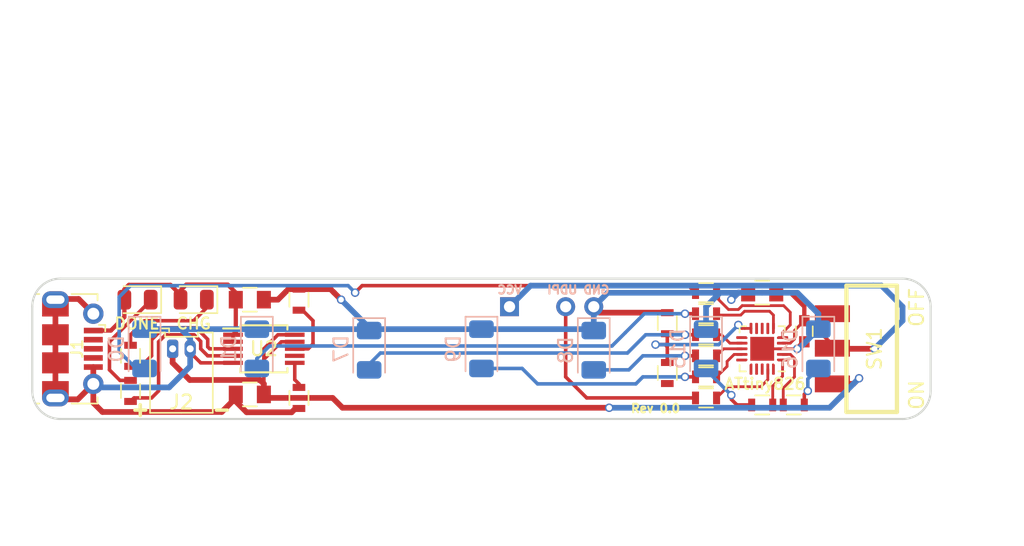
<source format=kicad_pcb>
(kicad_pcb (version 20171130) (host pcbnew "(5.1.10)-1")

  (general
    (thickness 1.6)
    (drawings 28)
    (tracks 263)
    (zones 0)
    (modules 33)
    (nets 28)
  )

  (page A)
  (title_block
    (title "Beetje 32U4 Blok")
    (date 2018-08-10)
    (rev 0.0)
    (company www.MakersBox.us)
    (comment 1 648.ken@gmail.com)
  )

  (layers
    (0 F.Cu signal)
    (31 B.Cu signal)
    (32 B.Adhes user)
    (33 F.Adhes user)
    (34 B.Paste user)
    (35 F.Paste user)
    (36 B.SilkS user)
    (37 F.SilkS user)
    (38 B.Mask user)
    (39 F.Mask user hide)
    (40 Dwgs.User user)
    (41 Cmts.User user)
    (42 Eco1.User user)
    (43 Eco2.User user)
    (44 Edge.Cuts user)
    (45 Margin user)
    (46 B.CrtYd user)
    (47 F.CrtYd user)
    (48 B.Fab user)
    (49 F.Fab user)
  )

  (setup
    (last_trace_width 0.4064)
    (user_trace_width 0.2)
    (user_trace_width 0.254)
    (user_trace_width 0.3048)
    (user_trace_width 0.4064)
    (user_trace_width 0.6096)
    (trace_clearance 0.2)
    (zone_clearance 0.35)
    (zone_45_only no)
    (trace_min 0.2)
    (via_size 0.6)
    (via_drill 0.4)
    (via_min_size 0.4)
    (via_min_drill 0.3)
    (uvia_size 0.3)
    (uvia_drill 0.1)
    (uvias_allowed no)
    (uvia_min_size 0.2)
    (uvia_min_drill 0.1)
    (edge_width 0.15)
    (segment_width 0.2)
    (pcb_text_width 0.3)
    (pcb_text_size 1.5 1.5)
    (mod_edge_width 0.15)
    (mod_text_size 1 1)
    (mod_text_width 0.15)
    (pad_size 1.7 1.7)
    (pad_drill 0.508)
    (pad_to_mask_clearance 0)
    (aux_axis_origin 0 0)
    (grid_origin 160.274 101.219)
    (visible_elements 7FFFFFFF)
    (pcbplotparams
      (layerselection 0x00030_80000001)
      (usegerberextensions false)
      (usegerberattributes true)
      (usegerberadvancedattributes true)
      (creategerberjobfile true)
      (excludeedgelayer true)
      (linewidth 0.100000)
      (plotframeref false)
      (viasonmask false)
      (mode 1)
      (useauxorigin false)
      (hpglpennumber 1)
      (hpglpenspeed 20)
      (hpglpendiameter 15.000000)
      (psnegative false)
      (psa4output false)
      (plotreference true)
      (plotvalue true)
      (plotinvisibletext false)
      (padsonsilk false)
      (subtractmaskfromsilk false)
      (outputformat 1)
      (mirror false)
      (drillshape 1)
      (scaleselection 1)
      (outputdirectory ""))
  )

  (net 0 "")
  (net 1 GND)
  (net 2 VCC)
  (net 3 /UPDI)
  (net 4 "Net-(D3-Pad2)")
  (net 5 "Net-(D4-Pad2)")
  (net 6 "Net-(D5-Pad2)")
  (net 7 "Net-(D6-Pad2)")
  (net 8 "Net-(D7-Pad2)")
  (net 9 "Net-(D8-Pad2)")
  (net 10 /D0)
  (net 11 /D1)
  (net 12 /D8)
  (net 13 /D7)
  (net 14 /D9)
  (net 15 /D16)
  (net 16 /D15)
  (net 17 VBUS)
  (net 18 "Net-(D9-Pad2)")
  (net 19 "Net-(J3-Pad3)")
  (net 20 +BATT)
  (net 21 "Net-(D1-Pad1)")
  (net 22 "Net-(R4-Pad1)")
  (net 23 "Net-(R5-Pad1)")
  (net 24 "Net-(D2-Pad1)")
  (net 25 /A5)
  (net 26 "Net-(R13-Pad1)")
  (net 27 "Net-(R14-Pad1)")

  (net_class Default "This is the default net class."
    (clearance 0.2)
    (trace_width 0.25)
    (via_dia 0.6)
    (via_drill 0.4)
    (uvia_dia 0.3)
    (uvia_drill 0.1)
    (add_net +BATT)
    (add_net /A5)
    (add_net /D0)
    (add_net /D1)
    (add_net /D15)
    (add_net /D16)
    (add_net /D7)
    (add_net /D8)
    (add_net /D9)
    (add_net "Net-(D1-Pad1)")
    (add_net "Net-(D2-Pad1)")
    (add_net "Net-(D3-Pad2)")
    (add_net "Net-(D4-Pad2)")
    (add_net "Net-(D5-Pad2)")
    (add_net "Net-(D6-Pad2)")
    (add_net "Net-(D7-Pad2)")
    (add_net "Net-(D8-Pad2)")
    (add_net "Net-(D9-Pad2)")
    (add_net "Net-(J3-Pad3)")
    (add_net "Net-(R13-Pad1)")
    (add_net "Net-(R14-Pad1)")
    (add_net "Net-(R4-Pad1)")
    (add_net "Net-(R5-Pad1)")
    (add_net VBUS)
  )

  (net_class reduced ""
    (clearance 0.1)
    (trace_width 0.2)
    (via_dia 0.6)
    (via_drill 0.4)
    (uvia_dia 0.3)
    (uvia_drill 0.1)
    (add_net /UPDI)
    (add_net GND)
    (add_net VCC)
  )

  (module footprints:R_0603 (layer F.Cu) (tedit 62378412) (tstamp 6237C6EB)
    (at 103.274 81.719 90)
    (descr "Resistor SMD 0603, reflow soldering, Vishay (see dcrcw.pdf)")
    (tags "resistor 0603")
    (path /5B7EF1EF)
    (attr smd)
    (fp_text reference R4 (at 0 -1.45 90) (layer F.SilkS) hide
      (effects (font (size 1 1) (thickness 0.15)))
    )
    (fp_text value 1K (at 0 1.5 90) (layer F.Fab)
      (effects (font (size 1 1) (thickness 0.15)))
    )
    (fp_text user %R (at 0 0 90) (layer F.Fab)
      (effects (font (size 0.4 0.4) (thickness 0.075)))
    )
    (fp_line (start 1.25 0.7) (end -1.25 0.7) (layer F.CrtYd) (width 0.05))
    (fp_line (start 1.25 0.7) (end 1.25 -0.7) (layer F.CrtYd) (width 0.05))
    (fp_line (start -1.25 -0.7) (end -1.25 0.7) (layer F.CrtYd) (width 0.05))
    (fp_line (start -1.25 -0.7) (end 1.25 -0.7) (layer F.CrtYd) (width 0.05))
    (fp_line (start -0.5 -0.68) (end 0.5 -0.68) (layer F.SilkS) (width 0.12))
    (fp_line (start 0.5 0.68) (end -0.5 0.68) (layer F.SilkS) (width 0.12))
    (fp_line (start -0.8 -0.4) (end 0.8 -0.4) (layer F.Fab) (width 0.1))
    (fp_line (start 0.8 -0.4) (end 0.8 0.4) (layer F.Fab) (width 0.1))
    (fp_line (start 0.8 0.4) (end -0.8 0.4) (layer F.Fab) (width 0.1))
    (fp_line (start -0.8 0.4) (end -0.8 -0.4) (layer F.Fab) (width 0.1))
    (pad 2 smd rect (at 0.75 0 90) (size 0.5 0.9) (layers F.Cu F.Paste F.Mask)
      (net 21 "Net-(D1-Pad1)"))
    (pad 1 smd rect (at -0.75 0 90) (size 0.5 0.9) (layers F.Cu F.Paste F.Mask)
      (net 22 "Net-(R4-Pad1)"))
    (model ${KISYS3DMOD}/Resistors_SMD.3dshapes/R_0603.wrl
      (at (xyz 0 0 0))
      (scale (xyz 1 1 1))
      (rotate (xyz 0 0 0))
    )
  )

  (module footprints:R_0603 (layer F.Cu) (tedit 62378412) (tstamp 6237DACF)
    (at 115.274 84.719 270)
    (descr "Resistor SMD 0603, reflow soldering, Vishay (see dcrcw.pdf)")
    (tags "resistor 0603")
    (path /5B7EFA67)
    (attr smd)
    (fp_text reference R13 (at 0 -1.45 90) (layer F.SilkS) hide
      (effects (font (size 1 1) (thickness 0.15)))
    )
    (fp_text value 10K (at 0 1.5 90) (layer F.Fab)
      (effects (font (size 1 1) (thickness 0.15)))
    )
    (fp_text user %R (at 0 0 90) (layer F.Fab)
      (effects (font (size 0.4 0.4) (thickness 0.075)))
    )
    (fp_line (start 1.25 0.7) (end -1.25 0.7) (layer F.CrtYd) (width 0.05))
    (fp_line (start 1.25 0.7) (end 1.25 -0.7) (layer F.CrtYd) (width 0.05))
    (fp_line (start -1.25 -0.7) (end -1.25 0.7) (layer F.CrtYd) (width 0.05))
    (fp_line (start -1.25 -0.7) (end 1.25 -0.7) (layer F.CrtYd) (width 0.05))
    (fp_line (start -0.5 -0.68) (end 0.5 -0.68) (layer F.SilkS) (width 0.12))
    (fp_line (start 0.5 0.68) (end -0.5 0.68) (layer F.SilkS) (width 0.12))
    (fp_line (start -0.8 -0.4) (end 0.8 -0.4) (layer F.Fab) (width 0.1))
    (fp_line (start 0.8 -0.4) (end 0.8 0.4) (layer F.Fab) (width 0.1))
    (fp_line (start 0.8 0.4) (end -0.8 0.4) (layer F.Fab) (width 0.1))
    (fp_line (start -0.8 0.4) (end -0.8 -0.4) (layer F.Fab) (width 0.1))
    (pad 2 smd rect (at 0.75 0 270) (size 0.5 0.9) (layers F.Cu F.Paste F.Mask)
      (net 1 GND))
    (pad 1 smd rect (at -0.75 0 270) (size 0.5 0.9) (layers F.Cu F.Paste F.Mask)
      (net 26 "Net-(R13-Pad1)"))
    (model ${KISYS3DMOD}/Resistors_SMD.3dshapes/R_0603.wrl
      (at (xyz 0 0 0))
      (scale (xyz 1 1 1))
      (rotate (xyz 0 0 0))
    )
  )

  (module footprints:R_0603 (layer F.Cu) (tedit 62378412) (tstamp 6237C6DA)
    (at 115.274 77.719 90)
    (descr "Resistor SMD 0603, reflow soldering, Vishay (see dcrcw.pdf)")
    (tags "resistor 0603")
    (path /5E84F5CB)
    (attr smd)
    (fp_text reference R14 (at 0 -1.45 90) (layer F.SilkS) hide
      (effects (font (size 1 1) (thickness 0.15)))
    )
    (fp_text value 10K (at 0 1.5 90) (layer F.Fab)
      (effects (font (size 1 1) (thickness 0.15)))
    )
    (fp_text user %R (at 0 0 90) (layer F.Fab)
      (effects (font (size 0.4 0.4) (thickness 0.075)))
    )
    (fp_line (start 1.25 0.7) (end -1.25 0.7) (layer F.CrtYd) (width 0.05))
    (fp_line (start 1.25 0.7) (end 1.25 -0.7) (layer F.CrtYd) (width 0.05))
    (fp_line (start -1.25 -0.7) (end -1.25 0.7) (layer F.CrtYd) (width 0.05))
    (fp_line (start -1.25 -0.7) (end 1.25 -0.7) (layer F.CrtYd) (width 0.05))
    (fp_line (start -0.5 -0.68) (end 0.5 -0.68) (layer F.SilkS) (width 0.12))
    (fp_line (start 0.5 0.68) (end -0.5 0.68) (layer F.SilkS) (width 0.12))
    (fp_line (start -0.8 -0.4) (end 0.8 -0.4) (layer F.Fab) (width 0.1))
    (fp_line (start 0.8 -0.4) (end 0.8 0.4) (layer F.Fab) (width 0.1))
    (fp_line (start 0.8 0.4) (end -0.8 0.4) (layer F.Fab) (width 0.1))
    (fp_line (start -0.8 0.4) (end -0.8 -0.4) (layer F.Fab) (width 0.1))
    (pad 2 smd rect (at 0.75 0 90) (size 0.5 0.9) (layers F.Cu F.Paste F.Mask)
      (net 1 GND))
    (pad 1 smd rect (at -0.75 0 90) (size 0.5 0.9) (layers F.Cu F.Paste F.Mask)
      (net 27 "Net-(R14-Pad1)"))
    (model ${KISYS3DMOD}/Resistors_SMD.3dshapes/R_0603.wrl
      (at (xyz 0 0 0))
      (scale (xyz 1 1 1))
      (rotate (xyz 0 0 0))
    )
  )

  (module footprints:R_0603 (layer F.Cu) (tedit 62378412) (tstamp 6237DC6E)
    (at 103.274 84.219 90)
    (descr "Resistor SMD 0603, reflow soldering, Vishay (see dcrcw.pdf)")
    (tags "resistor 0603")
    (path /5E84D4BF)
    (attr smd)
    (fp_text reference R5 (at 0 -1.45 90) (layer F.SilkS) hide
      (effects (font (size 1 1) (thickness 0.15)))
    )
    (fp_text value 1K (at 0 1.5 90) (layer F.Fab)
      (effects (font (size 1 1) (thickness 0.15)))
    )
    (fp_text user %R (at 0 0 90) (layer F.Fab)
      (effects (font (size 0.4 0.4) (thickness 0.075)))
    )
    (fp_line (start 1.25 0.7) (end -1.25 0.7) (layer F.CrtYd) (width 0.05))
    (fp_line (start 1.25 0.7) (end 1.25 -0.7) (layer F.CrtYd) (width 0.05))
    (fp_line (start -1.25 -0.7) (end -1.25 0.7) (layer F.CrtYd) (width 0.05))
    (fp_line (start -1.25 -0.7) (end 1.25 -0.7) (layer F.CrtYd) (width 0.05))
    (fp_line (start -0.5 -0.68) (end 0.5 -0.68) (layer F.SilkS) (width 0.12))
    (fp_line (start 0.5 0.68) (end -0.5 0.68) (layer F.SilkS) (width 0.12))
    (fp_line (start -0.8 -0.4) (end 0.8 -0.4) (layer F.Fab) (width 0.1))
    (fp_line (start 0.8 -0.4) (end 0.8 0.4) (layer F.Fab) (width 0.1))
    (fp_line (start 0.8 0.4) (end -0.8 0.4) (layer F.Fab) (width 0.1))
    (fp_line (start -0.8 0.4) (end -0.8 -0.4) (layer F.Fab) (width 0.1))
    (pad 2 smd rect (at 0.75 0 90) (size 0.5 0.9) (layers F.Cu F.Paste F.Mask)
      (net 24 "Net-(D2-Pad1)"))
    (pad 1 smd rect (at -0.75 0 90) (size 0.5 0.9) (layers F.Cu F.Paste F.Mask)
      (net 23 "Net-(R5-Pad1)"))
    (model ${KISYS3DMOD}/Resistors_SMD.3dshapes/R_0603.wrl
      (at (xyz 0 0 0))
      (scale (xyz 1 1 1))
      (rotate (xyz 0 0 0))
    )
  )

  (module footprints:R_0603 (layer F.Cu) (tedit 62378412) (tstamp 62314B45)
    (at 144.274 84.719 180)
    (descr "Resistor SMD 0603, reflow soldering, Vishay (see dcrcw.pdf)")
    (tags "resistor 0603")
    (path /5B44E5C9)
    (attr smd)
    (fp_text reference R3 (at -2.25 0) (layer F.SilkS) hide
      (effects (font (size 1 1) (thickness 0.15)))
    )
    (fp_text value 100 (at 0 1.5) (layer F.Fab)
      (effects (font (size 1 1) (thickness 0.15)))
    )
    (fp_text user %R (at 0 0) (layer F.Fab)
      (effects (font (size 0.4 0.4) (thickness 0.075)))
    )
    (fp_line (start 1.25 0.7) (end -1.25 0.7) (layer F.CrtYd) (width 0.05))
    (fp_line (start 1.25 0.7) (end 1.25 -0.7) (layer F.CrtYd) (width 0.05))
    (fp_line (start -1.25 -0.7) (end -1.25 0.7) (layer F.CrtYd) (width 0.05))
    (fp_line (start -1.25 -0.7) (end 1.25 -0.7) (layer F.CrtYd) (width 0.05))
    (fp_line (start -0.5 -0.68) (end 0.5 -0.68) (layer F.SilkS) (width 0.12))
    (fp_line (start 0.5 0.68) (end -0.5 0.68) (layer F.SilkS) (width 0.12))
    (fp_line (start -0.8 -0.4) (end 0.8 -0.4) (layer F.Fab) (width 0.1))
    (fp_line (start 0.8 -0.4) (end 0.8 0.4) (layer F.Fab) (width 0.1))
    (fp_line (start 0.8 0.4) (end -0.8 0.4) (layer F.Fab) (width 0.1))
    (fp_line (start -0.8 0.4) (end -0.8 -0.4) (layer F.Fab) (width 0.1))
    (pad 2 smd rect (at 0.75 0 180) (size 0.5 0.9) (layers F.Cu F.Paste F.Mask)
      (net 19 "Net-(J3-Pad3)"))
    (pad 1 smd rect (at -0.75 0 180) (size 0.5 0.9) (layers F.Cu F.Paste F.Mask)
      (net 3 /UPDI))
    (model ${KISYS3DMOD}/Resistors_SMD.3dshapes/R_0603.wrl
      (at (xyz 0 0 0))
      (scale (xyz 1 1 1))
      (rotate (xyz 0 0 0))
    )
  )

  (module footprints:R_0603 (layer F.Cu) (tedit 62378412) (tstamp 62314B56)
    (at 144.274 77.219 180)
    (descr "Resistor SMD 0603, reflow soldering, Vishay (see dcrcw.pdf)")
    (tags "resistor 0603")
    (path /5B988442)
    (attr smd)
    (fp_text reference R6 (at -2.25 0) (layer F.SilkS) hide
      (effects (font (size 1 1) (thickness 0.15)))
    )
    (fp_text value 100 (at 0 1.5) (layer F.Fab)
      (effects (font (size 1 1) (thickness 0.15)))
    )
    (fp_text user %R (at 0 0) (layer F.Fab)
      (effects (font (size 0.4 0.4) (thickness 0.075)))
    )
    (fp_line (start 1.25 0.7) (end -1.25 0.7) (layer F.CrtYd) (width 0.05))
    (fp_line (start 1.25 0.7) (end 1.25 -0.7) (layer F.CrtYd) (width 0.05))
    (fp_line (start -1.25 -0.7) (end -1.25 0.7) (layer F.CrtYd) (width 0.05))
    (fp_line (start -1.25 -0.7) (end 1.25 -0.7) (layer F.CrtYd) (width 0.05))
    (fp_line (start -0.5 -0.68) (end 0.5 -0.68) (layer F.SilkS) (width 0.12))
    (fp_line (start 0.5 0.68) (end -0.5 0.68) (layer F.SilkS) (width 0.12))
    (fp_line (start -0.8 -0.4) (end 0.8 -0.4) (layer F.Fab) (width 0.1))
    (fp_line (start 0.8 -0.4) (end 0.8 0.4) (layer F.Fab) (width 0.1))
    (fp_line (start 0.8 0.4) (end -0.8 0.4) (layer F.Fab) (width 0.1))
    (fp_line (start -0.8 0.4) (end -0.8 -0.4) (layer F.Fab) (width 0.1))
    (pad 2 smd rect (at 0.75 0 180) (size 0.5 0.9) (layers F.Cu F.Paste F.Mask)
      (net 4 "Net-(D3-Pad2)"))
    (pad 1 smd rect (at -0.75 0 180) (size 0.5 0.9) (layers F.Cu F.Paste F.Mask)
      (net 10 /D0))
    (model ${KISYS3DMOD}/Resistors_SMD.3dshapes/R_0603.wrl
      (at (xyz 0 0 0))
      (scale (xyz 1 1 1))
      (rotate (xyz 0 0 0))
    )
  )

  (module footprints:R_0603 (layer F.Cu) (tedit 62378412) (tstamp 6237E266)
    (at 144.274 78.719 180)
    (descr "Resistor SMD 0603, reflow soldering, Vishay (see dcrcw.pdf)")
    (tags "resistor 0603")
    (path /6235959B)
    (attr smd)
    (fp_text reference R7 (at -2.25 0) (layer F.SilkS) hide
      (effects (font (size 1 1) (thickness 0.15)))
    )
    (fp_text value 100 (at 0 1.5) (layer F.Fab)
      (effects (font (size 1 1) (thickness 0.15)))
    )
    (fp_text user %R (at 0 0) (layer F.Fab)
      (effects (font (size 0.4 0.4) (thickness 0.075)))
    )
    (fp_line (start 1.25 0.7) (end -1.25 0.7) (layer F.CrtYd) (width 0.05))
    (fp_line (start 1.25 0.7) (end 1.25 -0.7) (layer F.CrtYd) (width 0.05))
    (fp_line (start -1.25 -0.7) (end -1.25 0.7) (layer F.CrtYd) (width 0.05))
    (fp_line (start -1.25 -0.7) (end 1.25 -0.7) (layer F.CrtYd) (width 0.05))
    (fp_line (start -0.5 -0.68) (end 0.5 -0.68) (layer F.SilkS) (width 0.12))
    (fp_line (start 0.5 0.68) (end -0.5 0.68) (layer F.SilkS) (width 0.12))
    (fp_line (start -0.8 -0.4) (end 0.8 -0.4) (layer F.Fab) (width 0.1))
    (fp_line (start 0.8 -0.4) (end 0.8 0.4) (layer F.Fab) (width 0.1))
    (fp_line (start 0.8 0.4) (end -0.8 0.4) (layer F.Fab) (width 0.1))
    (fp_line (start -0.8 0.4) (end -0.8 -0.4) (layer F.Fab) (width 0.1))
    (pad 2 smd rect (at 0.75 0 180) (size 0.5 0.9) (layers F.Cu F.Paste F.Mask)
      (net 5 "Net-(D4-Pad2)"))
    (pad 1 smd rect (at -0.75 0 180) (size 0.5 0.9) (layers F.Cu F.Paste F.Mask)
      (net 11 /D1))
    (model ${KISYS3DMOD}/Resistors_SMD.3dshapes/R_0603.wrl
      (at (xyz 0 0 0))
      (scale (xyz 1 1 1))
      (rotate (xyz 0 0 0))
    )
  )

  (module footprints:R_0603 (layer F.Cu) (tedit 62378412) (tstamp 623173FE)
    (at 144.274 81.719 180)
    (descr "Resistor SMD 0603, reflow soldering, Vishay (see dcrcw.pdf)")
    (tags "resistor 0603")
    (path /62359D4C)
    (attr smd)
    (fp_text reference R8 (at 2.25 0) (layer F.SilkS) hide
      (effects (font (size 1 1) (thickness 0.15)))
    )
    (fp_text value 100 (at 0 1.5) (layer F.Fab)
      (effects (font (size 1 1) (thickness 0.15)))
    )
    (fp_text user %R (at 0 0) (layer F.Fab)
      (effects (font (size 0.4 0.4) (thickness 0.075)))
    )
    (fp_line (start 1.25 0.7) (end -1.25 0.7) (layer F.CrtYd) (width 0.05))
    (fp_line (start 1.25 0.7) (end 1.25 -0.7) (layer F.CrtYd) (width 0.05))
    (fp_line (start -1.25 -0.7) (end -1.25 0.7) (layer F.CrtYd) (width 0.05))
    (fp_line (start -1.25 -0.7) (end 1.25 -0.7) (layer F.CrtYd) (width 0.05))
    (fp_line (start -0.5 -0.68) (end 0.5 -0.68) (layer F.SilkS) (width 0.12))
    (fp_line (start 0.5 0.68) (end -0.5 0.68) (layer F.SilkS) (width 0.12))
    (fp_line (start -0.8 -0.4) (end 0.8 -0.4) (layer F.Fab) (width 0.1))
    (fp_line (start 0.8 -0.4) (end 0.8 0.4) (layer F.Fab) (width 0.1))
    (fp_line (start 0.8 0.4) (end -0.8 0.4) (layer F.Fab) (width 0.1))
    (fp_line (start -0.8 0.4) (end -0.8 -0.4) (layer F.Fab) (width 0.1))
    (pad 2 smd rect (at 0.75 0 180) (size 0.5 0.9) (layers F.Cu F.Paste F.Mask)
      (net 6 "Net-(D5-Pad2)"))
    (pad 1 smd rect (at -0.75 0 180) (size 0.5 0.9) (layers F.Cu F.Paste F.Mask)
      (net 12 /D8))
    (model ${KISYS3DMOD}/Resistors_SMD.3dshapes/R_0603.wrl
      (at (xyz 0 0 0))
      (scale (xyz 1 1 1))
      (rotate (xyz 0 0 0))
    )
  )

  (module footprints:R_0603 (layer F.Cu) (tedit 62378412) (tstamp 623164CA)
    (at 144.274 80.219 180)
    (descr "Resistor SMD 0603, reflow soldering, Vishay (see dcrcw.pdf)")
    (tags "resistor 0603")
    (path /6235A6D5)
    (attr smd)
    (fp_text reference R9 (at 2.25 0) (layer F.SilkS) hide
      (effects (font (size 1 1) (thickness 0.15)))
    )
    (fp_text value 100 (at 0 1.5) (layer F.Fab)
      (effects (font (size 1 1) (thickness 0.15)))
    )
    (fp_text user %R (at 0 0) (layer F.Fab)
      (effects (font (size 0.4 0.4) (thickness 0.075)))
    )
    (fp_line (start 1.25 0.7) (end -1.25 0.7) (layer F.CrtYd) (width 0.05))
    (fp_line (start 1.25 0.7) (end 1.25 -0.7) (layer F.CrtYd) (width 0.05))
    (fp_line (start -1.25 -0.7) (end -1.25 0.7) (layer F.CrtYd) (width 0.05))
    (fp_line (start -1.25 -0.7) (end 1.25 -0.7) (layer F.CrtYd) (width 0.05))
    (fp_line (start -0.5 -0.68) (end 0.5 -0.68) (layer F.SilkS) (width 0.12))
    (fp_line (start 0.5 0.68) (end -0.5 0.68) (layer F.SilkS) (width 0.12))
    (fp_line (start -0.8 -0.4) (end 0.8 -0.4) (layer F.Fab) (width 0.1))
    (fp_line (start 0.8 -0.4) (end 0.8 0.4) (layer F.Fab) (width 0.1))
    (fp_line (start 0.8 0.4) (end -0.8 0.4) (layer F.Fab) (width 0.1))
    (fp_line (start -0.8 0.4) (end -0.8 -0.4) (layer F.Fab) (width 0.1))
    (pad 2 smd rect (at 0.75 0 180) (size 0.5 0.9) (layers F.Cu F.Paste F.Mask)
      (net 7 "Net-(D6-Pad2)"))
    (pad 1 smd rect (at -0.75 0 180) (size 0.5 0.9) (layers F.Cu F.Paste F.Mask)
      (net 13 /D7))
    (model ${KISYS3DMOD}/Resistors_SMD.3dshapes/R_0603.wrl
      (at (xyz 0 0 0))
      (scale (xyz 1 1 1))
      (rotate (xyz 0 0 0))
    )
  )

  (module footprints:R_0603 (layer F.Cu) (tedit 62378412) (tstamp 623164DB)
    (at 144.274 83.219 180)
    (descr "Resistor SMD 0603, reflow soldering, Vishay (see dcrcw.pdf)")
    (tags "resistor 0603")
    (path /6235B49C)
    (attr smd)
    (fp_text reference R10 (at -2.25 0) (layer F.SilkS) hide
      (effects (font (size 1 1) (thickness 0.15)))
    )
    (fp_text value 100 (at 0 1.5) (layer F.Fab)
      (effects (font (size 1 1) (thickness 0.15)))
    )
    (fp_text user %R (at 0 0) (layer F.Fab)
      (effects (font (size 0.4 0.4) (thickness 0.075)))
    )
    (fp_line (start 1.25 0.7) (end -1.25 0.7) (layer F.CrtYd) (width 0.05))
    (fp_line (start 1.25 0.7) (end 1.25 -0.7) (layer F.CrtYd) (width 0.05))
    (fp_line (start -1.25 -0.7) (end -1.25 0.7) (layer F.CrtYd) (width 0.05))
    (fp_line (start -1.25 -0.7) (end 1.25 -0.7) (layer F.CrtYd) (width 0.05))
    (fp_line (start -0.5 -0.68) (end 0.5 -0.68) (layer F.SilkS) (width 0.12))
    (fp_line (start 0.5 0.68) (end -0.5 0.68) (layer F.SilkS) (width 0.12))
    (fp_line (start -0.8 -0.4) (end 0.8 -0.4) (layer F.Fab) (width 0.1))
    (fp_line (start 0.8 -0.4) (end 0.8 0.4) (layer F.Fab) (width 0.1))
    (fp_line (start 0.8 0.4) (end -0.8 0.4) (layer F.Fab) (width 0.1))
    (fp_line (start -0.8 0.4) (end -0.8 -0.4) (layer F.Fab) (width 0.1))
    (pad 2 smd rect (at 0.75 0 180) (size 0.5 0.9) (layers F.Cu F.Paste F.Mask)
      (net 8 "Net-(D7-Pad2)"))
    (pad 1 smd rect (at -0.75 0 180) (size 0.5 0.9) (layers F.Cu F.Paste F.Mask)
      (net 14 /D9))
    (model ${KISYS3DMOD}/Resistors_SMD.3dshapes/R_0603.wrl
      (at (xyz 0 0 0))
      (scale (xyz 1 1 1))
      (rotate (xyz 0 0 0))
    )
  )

  (module footprints:R_0603 (layer F.Cu) (tedit 62378412) (tstamp 6237E413)
    (at 148.274 85.219 180)
    (descr "Resistor SMD 0603, reflow soldering, Vishay (see dcrcw.pdf)")
    (tags "resistor 0603")
    (path /6235C0A7)
    (attr smd)
    (fp_text reference R11 (at 0 1.25) (layer F.SilkS) hide
      (effects (font (size 1 1) (thickness 0.15)))
    )
    (fp_text value 100 (at 0 1.5) (layer F.Fab)
      (effects (font (size 1 1) (thickness 0.15)))
    )
    (fp_text user %R (at 0 0 90) (layer F.Fab)
      (effects (font (size 0.4 0.4) (thickness 0.075)))
    )
    (fp_line (start 1.25 0.7) (end -1.25 0.7) (layer F.CrtYd) (width 0.05))
    (fp_line (start 1.25 0.7) (end 1.25 -0.7) (layer F.CrtYd) (width 0.05))
    (fp_line (start -1.25 -0.7) (end -1.25 0.7) (layer F.CrtYd) (width 0.05))
    (fp_line (start -1.25 -0.7) (end 1.25 -0.7) (layer F.CrtYd) (width 0.05))
    (fp_line (start -0.5 -0.68) (end 0.5 -0.68) (layer F.SilkS) (width 0.12))
    (fp_line (start 0.5 0.68) (end -0.5 0.68) (layer F.SilkS) (width 0.12))
    (fp_line (start -0.8 -0.4) (end 0.8 -0.4) (layer F.Fab) (width 0.1))
    (fp_line (start 0.8 -0.4) (end 0.8 0.4) (layer F.Fab) (width 0.1))
    (fp_line (start 0.8 0.4) (end -0.8 0.4) (layer F.Fab) (width 0.1))
    (fp_line (start -0.8 0.4) (end -0.8 -0.4) (layer F.Fab) (width 0.1))
    (pad 2 smd rect (at 0.75 0 180) (size 0.5 0.9) (layers F.Cu F.Paste F.Mask)
      (net 18 "Net-(D9-Pad2)"))
    (pad 1 smd rect (at -0.75 0 180) (size 0.5 0.9) (layers F.Cu F.Paste F.Mask)
      (net 16 /D15))
    (model ${KISYS3DMOD}/Resistors_SMD.3dshapes/R_0603.wrl
      (at (xyz 0 0 0))
      (scale (xyz 1 1 1))
      (rotate (xyz 0 0 0))
    )
  )

  (module footprints:R_0603 (layer F.Cu) (tedit 62378412) (tstamp 623800C0)
    (at 150.524 85.219)
    (descr "Resistor SMD 0603, reflow soldering, Vishay (see dcrcw.pdf)")
    (tags "resistor 0603")
    (path /6235CC68)
    (attr smd)
    (fp_text reference R12 (at 0 1.25) (layer F.SilkS) hide
      (effects (font (size 1 1) (thickness 0.15)))
    )
    (fp_text value 100 (at 0 1.5) (layer F.Fab)
      (effects (font (size 1 1) (thickness 0.15)))
    )
    (fp_text user %R (at 0 0) (layer F.Fab)
      (effects (font (size 0.4 0.4) (thickness 0.075)))
    )
    (fp_line (start 1.25 0.7) (end -1.25 0.7) (layer F.CrtYd) (width 0.05))
    (fp_line (start 1.25 0.7) (end 1.25 -0.7) (layer F.CrtYd) (width 0.05))
    (fp_line (start -1.25 -0.7) (end -1.25 0.7) (layer F.CrtYd) (width 0.05))
    (fp_line (start -1.25 -0.7) (end 1.25 -0.7) (layer F.CrtYd) (width 0.05))
    (fp_line (start -0.5 -0.68) (end 0.5 -0.68) (layer F.SilkS) (width 0.12))
    (fp_line (start 0.5 0.68) (end -0.5 0.68) (layer F.SilkS) (width 0.12))
    (fp_line (start -0.8 -0.4) (end 0.8 -0.4) (layer F.Fab) (width 0.1))
    (fp_line (start 0.8 -0.4) (end 0.8 0.4) (layer F.Fab) (width 0.1))
    (fp_line (start 0.8 0.4) (end -0.8 0.4) (layer F.Fab) (width 0.1))
    (fp_line (start -0.8 0.4) (end -0.8 -0.4) (layer F.Fab) (width 0.1))
    (pad 2 smd rect (at 0.75 0) (size 0.5 0.9) (layers F.Cu F.Paste F.Mask)
      (net 9 "Net-(D8-Pad2)"))
    (pad 1 smd rect (at -0.75 0) (size 0.5 0.9) (layers F.Cu F.Paste F.Mask)
      (net 15 /D16))
    (model ${KISYS3DMOD}/Resistors_SMD.3dshapes/R_0603.wrl
      (at (xyz 0 0 0))
      (scale (xyz 1 1 1))
      (rotate (xyz 0 0 0))
    )
  )

  (module footprints:R_0603 (layer F.Cu) (tedit 62378412) (tstamp 6237E64B)
    (at 141.514001 82.943999 90)
    (descr "Resistor SMD 0603, reflow soldering, Vishay (see dcrcw.pdf)")
    (tags "resistor 0603")
    (path /6245FC21)
    (attr smd)
    (fp_text reference R1 (at 0 -1.45 90) (layer F.SilkS) hide
      (effects (font (size 1 1) (thickness 0.15)))
    )
    (fp_text value 1 (at 0 1.5 90) (layer F.Fab)
      (effects (font (size 1 1) (thickness 0.15)))
    )
    (fp_text user %R (at 0 0 90) (layer F.Fab)
      (effects (font (size 0.4 0.4) (thickness 0.075)))
    )
    (fp_line (start 1.25 0.7) (end -1.25 0.7) (layer F.CrtYd) (width 0.05))
    (fp_line (start 1.25 0.7) (end 1.25 -0.7) (layer F.CrtYd) (width 0.05))
    (fp_line (start -1.25 -0.7) (end -1.25 0.7) (layer F.CrtYd) (width 0.05))
    (fp_line (start -1.25 -0.7) (end 1.25 -0.7) (layer F.CrtYd) (width 0.05))
    (fp_line (start -0.5 -0.68) (end 0.5 -0.68) (layer F.SilkS) (width 0.12))
    (fp_line (start 0.5 0.68) (end -0.5 0.68) (layer F.SilkS) (width 0.12))
    (fp_line (start -0.8 -0.4) (end 0.8 -0.4) (layer F.Fab) (width 0.1))
    (fp_line (start 0.8 -0.4) (end 0.8 0.4) (layer F.Fab) (width 0.1))
    (fp_line (start 0.8 0.4) (end -0.8 0.4) (layer F.Fab) (width 0.1))
    (fp_line (start -0.8 0.4) (end -0.8 -0.4) (layer F.Fab) (width 0.1))
    (pad 2 smd rect (at 0.75 0 90) (size 0.5 0.9) (layers F.Cu F.Paste F.Mask)
      (net 25 /A5))
    (pad 1 smd rect (at -0.75 0 90) (size 0.5 0.9) (layers F.Cu F.Paste F.Mask))
    (model ${KISYS3DMOD}/Resistors_SMD.3dshapes/R_0603.wrl
      (at (xyz 0 0 0))
      (scale (xyz 1 1 1))
      (rotate (xyz 0 0 0))
    )
  )

  (module footprints:R_0603 (layer F.Cu) (tedit 62378412) (tstamp 6237E65C)
    (at 141.514001 79.393999 90)
    (descr "Resistor SMD 0603, reflow soldering, Vishay (see dcrcw.pdf)")
    (tags "resistor 0603")
    (path /62367648)
    (attr smd)
    (fp_text reference R2 (at 0 -1.45 90) (layer F.SilkS) hide
      (effects (font (size 1 1) (thickness 0.15)))
    )
    (fp_text value 2 (at 0 1.5 90) (layer F.Fab)
      (effects (font (size 1 1) (thickness 0.15)))
    )
    (fp_text user %R (at 0 0 90) (layer F.Fab)
      (effects (font (size 0.4 0.4) (thickness 0.075)))
    )
    (fp_line (start 1.25 0.7) (end -1.25 0.7) (layer F.CrtYd) (width 0.05))
    (fp_line (start 1.25 0.7) (end 1.25 -0.7) (layer F.CrtYd) (width 0.05))
    (fp_line (start -1.25 -0.7) (end -1.25 0.7) (layer F.CrtYd) (width 0.05))
    (fp_line (start -1.25 -0.7) (end 1.25 -0.7) (layer F.CrtYd) (width 0.05))
    (fp_line (start -0.5 -0.68) (end 0.5 -0.68) (layer F.SilkS) (width 0.12))
    (fp_line (start 0.5 0.68) (end -0.5 0.68) (layer F.SilkS) (width 0.12))
    (fp_line (start -0.8 -0.4) (end 0.8 -0.4) (layer F.Fab) (width 0.1))
    (fp_line (start 0.8 -0.4) (end 0.8 0.4) (layer F.Fab) (width 0.1))
    (fp_line (start 0.8 0.4) (end -0.8 0.4) (layer F.Fab) (width 0.1))
    (fp_line (start -0.8 0.4) (end -0.8 -0.4) (layer F.Fab) (width 0.1))
    (pad 2 smd rect (at 0.75 0 90) (size 0.5 0.9) (layers F.Cu F.Paste F.Mask)
      (net 1 GND))
    (pad 1 smd rect (at -0.75 0 90) (size 0.5 0.9) (layers F.Cu F.Paste F.Mask)
      (net 25 /A5))
    (model ${KISYS3DMOD}/Resistors_SMD.3dshapes/R_0603.wrl
      (at (xyz 0 0 0))
      (scale (xyz 1 1 1))
      (rotate (xyz 0 0 0))
    )
  )

  (module footprints:SPST_SMD (layer F.Cu) (tedit 623771F1) (tstamp 6237D54E)
    (at 153.274 81.219 90)
    (descr "Through hole pin header")
    (tags "pin header")
    (path /6236BF65)
    (fp_text reference SW1 (at 0 3 90) (layer F.SilkS)
      (effects (font (size 1 1) (thickness 0.15)))
    )
    (fp_text value SW_SPST (at 0.1 0 90) (layer F.Fab)
      (effects (font (size 1 1) (thickness 0.15)))
    )
    (fp_line (start -0.5 7) (end -0.5 4.5) (layer Dwgs.User) (width 0.12))
    (fp_line (start -2 7) (end -0.5 7) (layer Dwgs.User) (width 0.12))
    (fp_line (start -2 4.5) (end -2 7) (layer Dwgs.User) (width 0.12))
    (fp_line (start -4.5 4.6) (end 4.5 4.6) (layer F.SilkS) (width 0.3048))
    (fp_line (start 4.5 1) (end 4.5 4.6) (layer F.SilkS) (width 0.3048))
    (fp_line (start -4.5 1) (end -4.5 4.6) (layer F.SilkS) (width 0.3048))
    (fp_line (start -4.5 1) (end 4.5 1) (layer F.SilkS) (width 0.3048))
    (fp_text user JS102011SAQN (at 0 1.7 90) (layer F.Fab)
      (effects (font (size 0.8 0.8) (thickness 0.1)))
    )
    (pad "" np_thru_hole circle (at 3.4 2.75 90) (size 0.9 0.9) (drill 0.9) (layers *.Cu *.Mask))
    (pad 1 smd rect (at -2.5 0 90) (size 1.2 2.5) (layers F.Cu F.Paste F.Mask)
      (net 20 +BATT))
    (pad 2 smd rect (at 0.04 0 90) (size 1.2 2.5) (layers F.Cu F.Paste F.Mask)
      (net 2 VCC))
    (pad 3 smd rect (at 2.5 0 90) (size 1.2 2.5) (layers F.Cu F.Paste F.Mask))
    (pad "" np_thru_hole circle (at -3.4 2.75 90) (size 0.9 0.9) (drill 0.9) (layers *.Cu *.Mask))
    (model Pin_Headers.3dshapes/Pin_Header_Straight_2x06.wrl
      (offset (xyz 1.269999980926514 -6.349999904632568 0))
      (scale (xyz 1 1 1))
      (rotate (xyz 0 0 90))
    )
  )

  (module footprints:C_0805 (layer F.Cu) (tedit 58AA8463) (tstamp 6237C67E)
    (at 111.774 77.719)
    (descr "Capacitor SMD 0805, reflow soldering, AVX (see smccp.pdf)")
    (tags "capacitor 0805")
    (path /5B77416F)
    (attr smd)
    (fp_text reference C3 (at -0.1 -2.8) (layer F.SilkS) hide
      (effects (font (size 1 1) (thickness 0.15)))
    )
    (fp_text value 10uF (at 0 1.75) (layer F.Fab)
      (effects (font (size 1 1) (thickness 0.15)))
    )
    (fp_line (start -1 0.62) (end -1 -0.62) (layer F.Fab) (width 0.1))
    (fp_line (start 1 0.62) (end -1 0.62) (layer F.Fab) (width 0.1))
    (fp_line (start 1 -0.62) (end 1 0.62) (layer F.Fab) (width 0.1))
    (fp_line (start -1 -0.62) (end 1 -0.62) (layer F.Fab) (width 0.1))
    (fp_line (start 0.5 -0.85) (end -0.5 -0.85) (layer F.SilkS) (width 0.12))
    (fp_line (start -0.5 0.85) (end 0.5 0.85) (layer F.SilkS) (width 0.12))
    (fp_line (start -1.75 -0.88) (end 1.75 -0.88) (layer F.CrtYd) (width 0.05))
    (fp_line (start -1.75 -0.88) (end -1.75 0.87) (layer F.CrtYd) (width 0.05))
    (fp_line (start 1.75 0.87) (end 1.75 -0.88) (layer F.CrtYd) (width 0.05))
    (fp_line (start 1.75 0.87) (end -1.75 0.87) (layer F.CrtYd) (width 0.05))
    (fp_text user %R (at 0 -1.5) (layer F.Fab)
      (effects (font (size 1 1) (thickness 0.15)))
    )
    (pad 2 smd rect (at 1 0) (size 1 1.25) (layers F.Cu F.Paste F.Mask)
      (net 1 GND))
    (pad 1 smd rect (at -1 0) (size 1 1.25) (layers F.Cu F.Paste F.Mask)
      (net 17 VBUS))
    (model Capacitors_SMD.3dshapes/C_0805.wrl
      (at (xyz 0 0 0))
      (scale (xyz 1 1 1))
      (rotate (xyz 0 0 0))
    )
  )

  (module footprints:C_0805 (layer F.Cu) (tedit 58AA8463) (tstamp 6237C68F)
    (at 111.774 84.469 180)
    (descr "Capacitor SMD 0805, reflow soldering, AVX (see smccp.pdf)")
    (tags "capacitor 0805")
    (path /5B7EFC72)
    (attr smd)
    (fp_text reference C4 (at -0.2 -2.5) (layer F.SilkS) hide
      (effects (font (size 1 1) (thickness 0.15)))
    )
    (fp_text value 10uF (at 0 1.75) (layer F.Fab)
      (effects (font (size 1 1) (thickness 0.15)))
    )
    (fp_line (start 1.75 0.87) (end -1.75 0.87) (layer F.CrtYd) (width 0.05))
    (fp_line (start 1.75 0.87) (end 1.75 -0.88) (layer F.CrtYd) (width 0.05))
    (fp_line (start -1.75 -0.88) (end -1.75 0.87) (layer F.CrtYd) (width 0.05))
    (fp_line (start -1.75 -0.88) (end 1.75 -0.88) (layer F.CrtYd) (width 0.05))
    (fp_line (start -0.5 0.85) (end 0.5 0.85) (layer F.SilkS) (width 0.12))
    (fp_line (start 0.5 -0.85) (end -0.5 -0.85) (layer F.SilkS) (width 0.12))
    (fp_line (start -1 -0.62) (end 1 -0.62) (layer F.Fab) (width 0.1))
    (fp_line (start 1 -0.62) (end 1 0.62) (layer F.Fab) (width 0.1))
    (fp_line (start 1 0.62) (end -1 0.62) (layer F.Fab) (width 0.1))
    (fp_line (start -1 0.62) (end -1 -0.62) (layer F.Fab) (width 0.1))
    (fp_text user %R (at 0 -1.5) (layer F.Fab)
      (effects (font (size 1 1) (thickness 0.15)))
    )
    (pad 1 smd rect (at -1 0 180) (size 1 1.25) (layers F.Cu F.Paste F.Mask)
      (net 20 +BATT))
    (pad 2 smd rect (at 1 0 180) (size 1 1.25) (layers F.Cu F.Paste F.Mask)
      (net 1 GND))
    (model Capacitors_SMD.3dshapes/C_0805.wrl
      (at (xyz 0 0 0))
      (scale (xyz 1 1 1))
      (rotate (xyz 0 0 0))
    )
  )

  (module footprints:USB_Micro-B_Molex-105017-0001 (layer F.Cu) (tedit 598B308E) (tstamp 6237C6B8)
    (at 98.274 81.219 270)
    (descr http://www.molex.com/pdm_docs/sd/1050170001_sd.pdf)
    (tags "Micro-USB SMD Typ-B")
    (path /5EA71AD7)
    (attr smd)
    (fp_text reference J1 (at 0 -1.2 90) (layer F.SilkS)
      (effects (font (size 0.8 0.8) (thickness 0.15)))
    )
    (fp_text value USB-MICRO (at 0.3 3.45 90) (layer F.Fab)
      (effects (font (size 1 1) (thickness 0.15)))
    )
    (fp_line (start -1.1 -3.01) (end -1.1 -2.8) (layer F.Fab) (width 0.1))
    (fp_line (start -1.5 -3.01) (end -1.5 -2.8) (layer F.Fab) (width 0.1))
    (fp_line (start -1.5 -3.01) (end -1.1 -3.01) (layer F.Fab) (width 0.1))
    (fp_line (start -1.1 -2.8) (end -1.3 -2.6) (layer F.Fab) (width 0.1))
    (fp_line (start -1.3 -2.6) (end -1.5 -2.8) (layer F.Fab) (width 0.1))
    (fp_line (start -1.7 -3.2) (end -1.7 -2.75) (layer F.SilkS) (width 0.12))
    (fp_line (start -1.7 -3.2) (end -1.25 -3.2) (layer F.SilkS) (width 0.12))
    (fp_line (start 3.9 -2.65) (end 3.45 -2.65) (layer F.SilkS) (width 0.12))
    (fp_line (start 3.9 -0.8) (end 3.9 -2.65) (layer F.SilkS) (width 0.12))
    (fp_line (start -3.9 1.75) (end -3.9 1.5) (layer F.SilkS) (width 0.12))
    (fp_line (start -3.75 2.5) (end -3.75 -2.5) (layer F.Fab) (width 0.1))
    (fp_line (start -3.75 -2.5) (end 3.75 -2.5) (layer F.Fab) (width 0.1))
    (fp_line (start -3.75 2.501704) (end 3.75 2.501704) (layer F.Fab) (width 0.1))
    (fp_line (start -3 1.801704) (end 3 1.801704) (layer F.Fab) (width 0.1))
    (fp_line (start 3.75 2.5) (end 3.75 -2.5) (layer F.Fab) (width 0.1))
    (fp_line (start 3.9 1.75) (end 3.9 1.5) (layer F.SilkS) (width 0.12))
    (fp_line (start -3.9 -0.8) (end -3.9 -2.65) (layer F.SilkS) (width 0.12))
    (fp_line (start -3.9 -2.65) (end -3.45 -2.65) (layer F.SilkS) (width 0.12))
    (fp_line (start -4.4 2.75) (end -4.4 -3.35) (layer F.CrtYd) (width 0.05))
    (fp_line (start -4.4 -3.35) (end 4.4 -3.35) (layer F.CrtYd) (width 0.05))
    (fp_line (start 4.4 -3.35) (end 4.4 2.75) (layer F.CrtYd) (width 0.05))
    (fp_line (start -4.4 2.75) (end 4.4 2.75) (layer F.CrtYd) (width 0.05))
    (fp_text user "PCB Edge" (at 0 1.8 90) (layer Dwgs.User)
      (effects (font (size 0.5 0.5) (thickness 0.08)))
    )
    (fp_text user %R (at 0 0 90) (layer F.Fab)
      (effects (font (size 1 1) (thickness 0.15)))
    )
    (pad 6 smd rect (at 1 0.35 270) (size 1.5 1.9) (layers F.Cu F.Paste F.Mask)
      (net 1 GND))
    (pad 6 thru_hole circle (at -2.5 -2.35 270) (size 1.45 1.45) (drill 0.85) (layers *.Cu *.Mask)
      (net 1 GND))
    (pad 2 smd rect (at -0.65 -2.35 270) (size 0.4 1.35) (layers F.Cu F.Paste F.Mask))
    (pad 1 smd rect (at -1.3 -2.35 270) (size 0.4 1.35) (layers F.Cu F.Paste F.Mask)
      (net 17 VBUS))
    (pad 5 smd rect (at 1.3 -2.35 270) (size 0.4 1.35) (layers F.Cu F.Paste F.Mask)
      (net 1 GND))
    (pad 4 smd rect (at 0.65 -2.35 270) (size 0.4 1.35) (layers F.Cu F.Paste F.Mask))
    (pad 3 smd rect (at 0 -2.35 270) (size 0.4 1.35) (layers F.Cu F.Paste F.Mask))
    (pad 6 thru_hole circle (at 2.5 -2.35 270) (size 1.45 1.45) (drill 0.85) (layers *.Cu *.Mask)
      (net 1 GND))
    (pad 6 smd rect (at -1 0.35 270) (size 1.5 1.9) (layers F.Cu F.Paste F.Mask)
      (net 1 GND))
    (pad 6 thru_hole oval (at -3.5 0.35 90) (size 1.2 1.9) (drill oval 0.6 1.3) (layers *.Cu *.Mask)
      (net 1 GND))
    (pad 6 thru_hole oval (at 3.5 0.35 270) (size 1.2 1.9) (drill oval 0.6 1.3) (layers *.Cu *.Mask)
      (net 1 GND))
    (pad 6 smd rect (at 2.9 0.35 270) (size 1.2 1.9) (layers F.Cu F.Mask)
      (net 1 GND))
    (pad 6 smd rect (at -2.9 0.35 270) (size 1.2 1.9) (layers F.Cu F.Mask)
      (net 1 GND))
    (model ${KISYS3DMOD}/Connectors_USB.3dshapes/USB_Micro-B_Molex-105017-0001.wrl
      (at (xyz 0 0 0))
      (scale (xyz 1 1 1))
      (rotate (xyz 0 0 0))
    )
  )

  (module Package_DFN_QFN:VQFN-20-1EP_3x3mm_P0.4mm_EP1.7x1.7mm (layer F.Cu) (tedit 5DC5F6A8) (tstamp 6237CF94)
    (at 148.274 81.219 180)
    (descr "VQFN, 20 Pin (http://ww1.microchip.com/downloads/en/DeviceDoc/20%20Lead%20VQFN%203x3x0_9mm_1_7EP%20U2B%20C04-21496a.pdf), generated with kicad-footprint-generator ipc_noLead_generator.py")
    (tags "VQFN NoLead")
    (path /62315021)
    (attr smd)
    (fp_text reference U1 (at -0.5 -0.5) (layer F.SilkS) hide
      (effects (font (size 1 1) (thickness 0.15)))
    )
    (fp_text value ATtiny826 (at -0.2 -2.5) (layer F.SilkS)
      (effects (font (size 0.8 0.8) (thickness 0.15)))
    )
    (fp_line (start 2.1 -2.1) (end -2.1 -2.1) (layer F.CrtYd) (width 0.05))
    (fp_line (start 2.1 2.1) (end 2.1 -2.1) (layer F.CrtYd) (width 0.05))
    (fp_line (start -2.1 2.1) (end 2.1 2.1) (layer F.CrtYd) (width 0.05))
    (fp_line (start -2.1 -2.1) (end -2.1 2.1) (layer F.CrtYd) (width 0.05))
    (fp_line (start -1.5 -0.75) (end -0.75 -1.5) (layer F.Fab) (width 0.1))
    (fp_line (start -1.5 1.5) (end -1.5 -0.75) (layer F.Fab) (width 0.1))
    (fp_line (start 1.5 1.5) (end -1.5 1.5) (layer F.Fab) (width 0.1))
    (fp_line (start 1.5 -1.5) (end 1.5 1.5) (layer F.Fab) (width 0.1))
    (fp_line (start -0.75 -1.5) (end 1.5 -1.5) (layer F.Fab) (width 0.1))
    (fp_line (start -1.16 -1.61) (end -1.61 -1.61) (layer F.SilkS) (width 0.12))
    (fp_line (start 1.61 1.61) (end 1.61 1.16) (layer F.SilkS) (width 0.12))
    (fp_line (start 1.16 1.61) (end 1.61 1.61) (layer F.SilkS) (width 0.12))
    (fp_line (start -1.61 1.61) (end -1.61 1.16) (layer F.SilkS) (width 0.12))
    (fp_line (start -1.16 1.61) (end -1.61 1.61) (layer F.SilkS) (width 0.12))
    (fp_line (start 1.61 -1.61) (end 1.61 -1.16) (layer F.SilkS) (width 0.12))
    (fp_line (start 1.16 -1.61) (end 1.61 -1.61) (layer F.SilkS) (width 0.12))
    (fp_text user %R (at 0 0) (layer F.Fab)
      (effects (font (size 0.75 0.75) (thickness 0.11)))
    )
    (pad 1 smd custom (at -1.45 -0.8 180) (size 0.143431 0.143431) (layers F.Cu F.Paste F.Mask)
      (net 16 /D15)
      (options (clearance outline) (anchor circle))
      (primitives
        (gr_poly (pts
           (xy -0.35 -0.05) (xy 0.299289 -0.05) (xy 0.35 0.000711) (xy 0.35 0.05) (xy -0.35 0.05)
) (width 0.1))
      ))
    (pad 2 smd roundrect (at -1.45 -0.4 180) (size 0.8 0.2) (layers F.Cu F.Paste F.Mask) (roundrect_rratio 0.25)
      (net 15 /D16))
    (pad 3 smd roundrect (at -1.45 0 180) (size 0.8 0.2) (layers F.Cu F.Paste F.Mask) (roundrect_rratio 0.25)
      (net 1 GND))
    (pad 4 smd roundrect (at -1.45 0.4 180) (size 0.8 0.2) (layers F.Cu F.Paste F.Mask) (roundrect_rratio 0.25)
      (net 2 VCC))
    (pad 5 smd custom (at -1.45 0.8 180) (size 0.143431 0.143431) (layers F.Cu F.Paste F.Mask)
      (net 10 /D0)
      (options (clearance outline) (anchor circle))
      (primitives
        (gr_poly (pts
           (xy -0.35 -0.05) (xy 0.35 -0.05) (xy 0.35 -0.000711) (xy 0.299289 0.05) (xy -0.35 0.05)
) (width 0.1))
      ))
    (pad 6 smd custom (at -0.8 1.45 180) (size 0.143431 0.143431) (layers F.Cu F.Paste F.Mask)
      (net 11 /D1)
      (options (clearance outline) (anchor circle))
      (primitives
        (gr_poly (pts
           (xy -0.05 -0.299289) (xy 0.000711 -0.35) (xy 0.05 -0.35) (xy 0.05 0.35) (xy -0.05 0.35)
) (width 0.1))
      ))
    (pad 7 smd roundrect (at -0.4 1.45 180) (size 0.2 0.8) (layers F.Cu F.Paste F.Mask) (roundrect_rratio 0.25))
    (pad 8 smd roundrect (at 0 1.45 180) (size 0.2 0.8) (layers F.Cu F.Paste F.Mask) (roundrect_rratio 0.25))
    (pad 9 smd roundrect (at 0.4 1.45 180) (size 0.2 0.8) (layers F.Cu F.Paste F.Mask) (roundrect_rratio 0.25))
    (pad 10 smd custom (at 0.8 1.45 180) (size 0.143431 0.143431) (layers F.Cu F.Paste F.Mask)
      (net 25 /A5)
      (options (clearance outline) (anchor circle))
      (primitives
        (gr_poly (pts
           (xy -0.05 -0.35) (xy -0.000711 -0.35) (xy 0.05 -0.299289) (xy 0.05 0.35) (xy -0.05 0.35)
) (width 0.1))
      ))
    (pad 11 smd custom (at 1.45 0.8 180) (size 0.143431 0.143431) (layers F.Cu F.Paste F.Mask)
      (options (clearance outline) (anchor circle))
      (primitives
        (gr_poly (pts
           (xy -0.35 -0.05) (xy 0.35 -0.05) (xy 0.35 0.05) (xy -0.299289 0.05) (xy -0.35 -0.000711)
) (width 0.1))
      ))
    (pad 12 smd roundrect (at 1.45 0.4 180) (size 0.8 0.2) (layers F.Cu F.Paste F.Mask) (roundrect_rratio 0.25)
      (net 13 /D7))
    (pad 13 smd roundrect (at 1.45 0 180) (size 0.8 0.2) (layers F.Cu F.Paste F.Mask) (roundrect_rratio 0.25)
      (net 12 /D8))
    (pad 14 smd roundrect (at 1.45 -0.4 180) (size 0.8 0.2) (layers F.Cu F.Paste F.Mask) (roundrect_rratio 0.25)
      (net 14 /D9))
    (pad 15 smd custom (at 1.45 -0.8 180) (size 0.143431 0.143431) (layers F.Cu F.Paste F.Mask)
      (options (clearance outline) (anchor circle))
      (primitives
        (gr_poly (pts
           (xy -0.35 0.000711) (xy -0.299289 -0.05) (xy 0.35 -0.05) (xy 0.35 0.05) (xy -0.35 0.05)
) (width 0.1))
      ))
    (pad 16 smd custom (at 0.8 -1.45 180) (size 0.143431 0.143431) (layers F.Cu F.Paste F.Mask)
      (options (clearance outline) (anchor circle))
      (primitives
        (gr_poly (pts
           (xy -0.05 -0.35) (xy 0.05 -0.35) (xy 0.05 0.299289) (xy -0.000711 0.35) (xy -0.05 0.35)
) (width 0.1))
      ))
    (pad 17 smd roundrect (at 0.4 -1.45 180) (size 0.2 0.8) (layers F.Cu F.Paste F.Mask) (roundrect_rratio 0.25))
    (pad 18 smd roundrect (at 0 -1.45 180) (size 0.2 0.8) (layers F.Cu F.Paste F.Mask) (roundrect_rratio 0.25))
    (pad 19 smd roundrect (at -0.4 -1.45 180) (size 0.2 0.8) (layers F.Cu F.Paste F.Mask) (roundrect_rratio 0.25)
      (net 3 /UPDI))
    (pad 20 smd custom (at -0.8 -1.45 180) (size 0.143431 0.143431) (layers F.Cu F.Paste F.Mask)
      (options (clearance outline) (anchor circle))
      (primitives
        (gr_poly (pts
           (xy -0.05 -0.35) (xy 0.05 -0.35) (xy 0.05 0.35) (xy 0.000711 0.35) (xy -0.05 0.299289)
) (width 0.1))
      ))
    (pad 21 smd rect (at 0 0 180) (size 1.7 1.7) (layers F.Cu F.Mask)
      (net 1 GND))
    (pad "" smd roundrect (at -0.425 -0.425 180) (size 0.69 0.69) (layers F.Paste) (roundrect_rratio 0.25))
    (pad "" smd roundrect (at -0.425 0.425 180) (size 0.69 0.69) (layers F.Paste) (roundrect_rratio 0.25))
    (pad "" smd roundrect (at 0.425 -0.425 180) (size 0.69 0.69) (layers F.Paste) (roundrect_rratio 0.25))
    (pad "" smd roundrect (at 0.425 0.425 180) (size 0.69 0.69) (layers F.Paste) (roundrect_rratio 0.25))
    (model ${KISYS3DMOD}/Package_DFN_QFN.3dshapes/VQFN-20-1EP_3x3mm_P0.4mm_EP1.7x1.7mm.wrl
      (at (xyz 0 0 0))
      (scale (xyz 1 1 1))
      (rotate (xyz 0 0 0))
    )
  )

  (module footprints:C_0805 (layer F.Cu) (tedit 58AA8463) (tstamp 6237FE3B)
    (at 148.274 77.219 180)
    (descr "Capacitor SMD 0805, reflow soldering, AVX (see smccp.pdf)")
    (tags "capacitor 0805")
    (path /5B3FF285)
    (attr smd)
    (fp_text reference C1 (at 0.05 -1.6) (layer F.SilkS) hide
      (effects (font (size 1 1) (thickness 0.15)))
    )
    (fp_text value 10uF (at 0 1.75) (layer F.Fab)
      (effects (font (size 1 1) (thickness 0.15)))
    )
    (fp_line (start 1.75 0.87) (end -1.75 0.87) (layer F.CrtYd) (width 0.05))
    (fp_line (start 1.75 0.87) (end 1.75 -0.88) (layer F.CrtYd) (width 0.05))
    (fp_line (start -1.75 -0.88) (end -1.75 0.87) (layer F.CrtYd) (width 0.05))
    (fp_line (start -1.75 -0.88) (end 1.75 -0.88) (layer F.CrtYd) (width 0.05))
    (fp_line (start -0.5 0.85) (end 0.5 0.85) (layer F.SilkS) (width 0.12))
    (fp_line (start 0.5 -0.85) (end -0.5 -0.85) (layer F.SilkS) (width 0.12))
    (fp_line (start -1 -0.62) (end 1 -0.62) (layer F.Fab) (width 0.1))
    (fp_line (start 1 -0.62) (end 1 0.62) (layer F.Fab) (width 0.1))
    (fp_line (start 1 0.62) (end -1 0.62) (layer F.Fab) (width 0.1))
    (fp_line (start -1 0.62) (end -1 -0.62) (layer F.Fab) (width 0.1))
    (fp_text user %R (at 0 -1.5) (layer F.Fab)
      (effects (font (size 1 1) (thickness 0.15)))
    )
    (pad 1 smd rect (at -1 0 180) (size 1 1.25) (layers F.Cu F.Paste F.Mask)
      (net 2 VCC))
    (pad 2 smd rect (at 1 0 180) (size 1 1.25) (layers F.Cu F.Paste F.Mask)
      (net 1 GND))
    (model Capacitors_SMD.3dshapes/C_0805.wrl
      (at (xyz 0 0 0))
      (scale (xyz 1 1 1))
      (rotate (xyz 0 0 0))
    )
  )

  (module footprints:C_0603 (layer F.Cu) (tedit 59958EE7) (tstamp 6237FA87)
    (at 151.274 79.969 270)
    (descr "Capacitor SMD 0603, reflow soldering, AVX (see smccp.pdf)")
    (tags "capacitor 0603")
    (path /5B3FF331)
    (attr smd)
    (fp_text reference C2 (at 0 1.5 90) (layer F.SilkS) hide
      (effects (font (size 1 1) (thickness 0.15)))
    )
    (fp_text value 0.1uF (at 0 1.5 90) (layer F.Fab)
      (effects (font (size 1 1) (thickness 0.15)))
    )
    (fp_line (start -0.8 0.4) (end -0.8 -0.4) (layer F.Fab) (width 0.1))
    (fp_line (start 0.8 0.4) (end -0.8 0.4) (layer F.Fab) (width 0.1))
    (fp_line (start 0.8 -0.4) (end 0.8 0.4) (layer F.Fab) (width 0.1))
    (fp_line (start -0.8 -0.4) (end 0.8 -0.4) (layer F.Fab) (width 0.1))
    (fp_line (start -0.35 -0.6) (end 0.35 -0.6) (layer F.SilkS) (width 0.12))
    (fp_line (start 0.35 0.6) (end -0.35 0.6) (layer F.SilkS) (width 0.12))
    (fp_line (start -1.4 -0.65) (end 1.4 -0.65) (layer F.CrtYd) (width 0.05))
    (fp_line (start -1.4 -0.65) (end -1.4 0.65) (layer F.CrtYd) (width 0.05))
    (fp_line (start 1.4 0.65) (end 1.4 -0.65) (layer F.CrtYd) (width 0.05))
    (fp_line (start 1.4 0.65) (end -1.4 0.65) (layer F.CrtYd) (width 0.05))
    (fp_text user %R (at 0 0 90) (layer F.Fab)
      (effects (font (size 0.3 0.3) (thickness 0.075)))
    )
    (pad 2 smd rect (at 0.75 0 270) (size 0.8 0.75) (layers F.Cu F.Paste F.Mask)
      (net 1 GND))
    (pad 1 smd rect (at -0.75 0 270) (size 0.8 0.75) (layers F.Cu F.Paste F.Mask)
      (net 2 VCC))
    (model Capacitors_SMD.3dshapes/C_0603.wrl
      (at (xyz 0 0 0))
      (scale (xyz 1 1 1))
      (rotate (xyz 0 0 0))
    )
  )

  (module LED_SMD:LED_1206_3216Metric (layer B.Cu) (tedit 5F68FEF1) (tstamp 62316426)
    (at 112.274 81.219 270)
    (descr "LED SMD 1206 (3216 Metric), square (rectangular) end terminal, IPC_7351 nominal, (Body size source: http://www.tortai-tech.com/upload/download/2011102023233369053.pdf), generated with kicad-footprint-generator")
    (tags LED)
    (path /62359595)
    (attr smd)
    (fp_text reference D4 (at 0 1.82 270) (layer B.SilkS) hide
      (effects (font (size 1 1) (thickness 0.15)) (justify mirror))
    )
    (fp_text value D1 (at 0 2 270) (layer B.SilkS)
      (effects (font (size 1 1) (thickness 0.15)) (justify mirror))
    )
    (fp_line (start 2.28 -1.12) (end -2.28 -1.12) (layer B.CrtYd) (width 0.05))
    (fp_line (start 2.28 1.12) (end 2.28 -1.12) (layer B.CrtYd) (width 0.05))
    (fp_line (start -2.28 1.12) (end 2.28 1.12) (layer B.CrtYd) (width 0.05))
    (fp_line (start -2.28 -1.12) (end -2.28 1.12) (layer B.CrtYd) (width 0.05))
    (fp_line (start -2.285 -1.135) (end 1.6 -1.135) (layer B.SilkS) (width 0.12))
    (fp_line (start -2.285 1.135) (end -2.285 -1.135) (layer B.SilkS) (width 0.12))
    (fp_line (start 1.6 1.135) (end -2.285 1.135) (layer B.SilkS) (width 0.12))
    (fp_line (start 1.6 -0.8) (end 1.6 0.8) (layer B.Fab) (width 0.1))
    (fp_line (start -1.6 -0.8) (end 1.6 -0.8) (layer B.Fab) (width 0.1))
    (fp_line (start -1.6 0.4) (end -1.6 -0.8) (layer B.Fab) (width 0.1))
    (fp_line (start -1.2 0.8) (end -1.6 0.4) (layer B.Fab) (width 0.1))
    (fp_line (start 1.6 0.8) (end -1.2 0.8) (layer B.Fab) (width 0.1))
    (fp_text user %R (at 0 0 270) (layer B.Fab)
      (effects (font (size 0.8 0.8) (thickness 0.12)) (justify mirror))
    )
    (pad 1 smd roundrect (at -1.4 0 270) (size 1.25 1.75) (layers B.Cu B.Paste B.Mask) (roundrect_rratio 0.2)
      (net 1 GND))
    (pad 2 smd roundrect (at 1.4 0 270) (size 1.25 1.75) (layers B.Cu B.Paste B.Mask) (roundrect_rratio 0.2)
      (net 5 "Net-(D4-Pad2)"))
    (model ${KISYS3DMOD}/LED_SMD.3dshapes/LED_1206_3216Metric.wrl
      (at (xyz 0 0 0))
      (scale (xyz 1 1 1))
      (rotate (xyz 0 0 0))
    )
  )

  (module LED_SMD:LED_1206_3216Metric (layer B.Cu) (tedit 5F68FEF1) (tstamp 6237CB67)
    (at 104.274 81.219 270)
    (descr "LED SMD 1206 (3216 Metric), square (rectangular) end terminal, IPC_7351 nominal, (Body size source: http://www.tortai-tech.com/upload/download/2011102023233369053.pdf), generated with kicad-footprint-generator")
    (tags LED)
    (path /5B44E5CF)
    (attr smd)
    (fp_text reference D3 (at 0 1.82 270) (layer B.SilkS) hide
      (effects (font (size 1 1) (thickness 0.15)) (justify mirror))
    )
    (fp_text value D0 (at 0 2 270) (layer B.SilkS)
      (effects (font (size 1 1) (thickness 0.15)) (justify mirror))
    )
    (fp_line (start 2.28 -1.12) (end -2.28 -1.12) (layer B.CrtYd) (width 0.05))
    (fp_line (start 2.28 1.12) (end 2.28 -1.12) (layer B.CrtYd) (width 0.05))
    (fp_line (start -2.28 1.12) (end 2.28 1.12) (layer B.CrtYd) (width 0.05))
    (fp_line (start -2.28 -1.12) (end -2.28 1.12) (layer B.CrtYd) (width 0.05))
    (fp_line (start -2.285 -1.135) (end 1.6 -1.135) (layer B.SilkS) (width 0.12))
    (fp_line (start -2.285 1.135) (end -2.285 -1.135) (layer B.SilkS) (width 0.12))
    (fp_line (start 1.6 1.135) (end -2.285 1.135) (layer B.SilkS) (width 0.12))
    (fp_line (start 1.6 -0.8) (end 1.6 0.8) (layer B.Fab) (width 0.1))
    (fp_line (start -1.6 -0.8) (end 1.6 -0.8) (layer B.Fab) (width 0.1))
    (fp_line (start -1.6 0.4) (end -1.6 -0.8) (layer B.Fab) (width 0.1))
    (fp_line (start -1.2 0.8) (end -1.6 0.4) (layer B.Fab) (width 0.1))
    (fp_line (start 1.6 0.8) (end -1.2 0.8) (layer B.Fab) (width 0.1))
    (fp_text user %R (at 0 0 270) (layer B.Fab)
      (effects (font (size 0.8 0.8) (thickness 0.12)) (justify mirror))
    )
    (pad 1 smd roundrect (at -1.4 0 270) (size 1.25 1.75) (layers B.Cu B.Paste B.Mask) (roundrect_rratio 0.2)
      (net 1 GND))
    (pad 2 smd roundrect (at 1.4 0 270) (size 1.25 1.75) (layers B.Cu B.Paste B.Mask) (roundrect_rratio 0.2)
      (net 4 "Net-(D3-Pad2)"))
    (model ${KISYS3DMOD}/LED_SMD.3dshapes/LED_1206_3216Metric.wrl
      (at (xyz 0 0 0))
      (scale (xyz 1 1 1))
      (rotate (xyz 0 0 0))
    )
  )

  (module LED_SMD:LED_1206_3216Metric (layer B.Cu) (tedit 5F68FEF1) (tstamp 6231644B)
    (at 136.274 81.319 270)
    (descr "LED SMD 1206 (3216 Metric), square (rectangular) end terminal, IPC_7351 nominal, (Body size source: http://www.tortai-tech.com/upload/download/2011102023233369053.pdf), generated with kicad-footprint-generator")
    (tags LED)
    (path /62359D46)
    (attr smd)
    (fp_text reference D5 (at 0 1.82 270) (layer B.SilkS) hide
      (effects (font (size 1 1) (thickness 0.15)) (justify mirror))
    )
    (fp_text value D8 (at 0 2 270) (layer B.SilkS)
      (effects (font (size 1 1) (thickness 0.15)) (justify mirror))
    )
    (fp_line (start 1.6 0.8) (end -1.2 0.8) (layer B.Fab) (width 0.1))
    (fp_line (start -1.2 0.8) (end -1.6 0.4) (layer B.Fab) (width 0.1))
    (fp_line (start -1.6 0.4) (end -1.6 -0.8) (layer B.Fab) (width 0.1))
    (fp_line (start -1.6 -0.8) (end 1.6 -0.8) (layer B.Fab) (width 0.1))
    (fp_line (start 1.6 -0.8) (end 1.6 0.8) (layer B.Fab) (width 0.1))
    (fp_line (start 1.6 1.135) (end -2.285 1.135) (layer B.SilkS) (width 0.12))
    (fp_line (start -2.285 1.135) (end -2.285 -1.135) (layer B.SilkS) (width 0.12))
    (fp_line (start -2.285 -1.135) (end 1.6 -1.135) (layer B.SilkS) (width 0.12))
    (fp_line (start -2.28 -1.12) (end -2.28 1.12) (layer B.CrtYd) (width 0.05))
    (fp_line (start -2.28 1.12) (end 2.28 1.12) (layer B.CrtYd) (width 0.05))
    (fp_line (start 2.28 1.12) (end 2.28 -1.12) (layer B.CrtYd) (width 0.05))
    (fp_line (start 2.28 -1.12) (end -2.28 -1.12) (layer B.CrtYd) (width 0.05))
    (fp_text user %R (at 0 0 270) (layer B.Fab)
      (effects (font (size 0.8 0.8) (thickness 0.12)) (justify mirror))
    )
    (pad 2 smd roundrect (at 1.4 0 270) (size 1.25 1.75) (layers B.Cu B.Paste B.Mask) (roundrect_rratio 0.2)
      (net 6 "Net-(D5-Pad2)"))
    (pad 1 smd roundrect (at -1.4 0 270) (size 1.25 1.75) (layers B.Cu B.Paste B.Mask) (roundrect_rratio 0.2)
      (net 1 GND))
    (model ${KISYS3DMOD}/LED_SMD.3dshapes/LED_1206_3216Metric.wrl
      (at (xyz 0 0 0))
      (scale (xyz 1 1 1))
      (rotate (xyz 0 0 0))
    )
  )

  (module LED_SMD:LED_1206_3216Metric (layer B.Cu) (tedit 5F68FEF1) (tstamp 62380C26)
    (at 120.274 81.319 270)
    (descr "LED SMD 1206 (3216 Metric), square (rectangular) end terminal, IPC_7351 nominal, (Body size source: http://www.tortai-tech.com/upload/download/2011102023233369053.pdf), generated with kicad-footprint-generator")
    (tags LED)
    (path /6235A6CF)
    (attr smd)
    (fp_text reference D6 (at 0 1.82 270) (layer B.SilkS) hide
      (effects (font (size 1 1) (thickness 0.15)) (justify mirror))
    )
    (fp_text value D7 (at -0.1 2 270) (layer B.SilkS)
      (effects (font (size 1 1) (thickness 0.15)) (justify mirror))
    )
    (fp_line (start 2.28 -1.12) (end -2.28 -1.12) (layer B.CrtYd) (width 0.05))
    (fp_line (start 2.28 1.12) (end 2.28 -1.12) (layer B.CrtYd) (width 0.05))
    (fp_line (start -2.28 1.12) (end 2.28 1.12) (layer B.CrtYd) (width 0.05))
    (fp_line (start -2.28 -1.12) (end -2.28 1.12) (layer B.CrtYd) (width 0.05))
    (fp_line (start -2.285 -1.135) (end 1.6 -1.135) (layer B.SilkS) (width 0.12))
    (fp_line (start -2.285 1.135) (end -2.285 -1.135) (layer B.SilkS) (width 0.12))
    (fp_line (start 1.6 1.135) (end -2.285 1.135) (layer B.SilkS) (width 0.12))
    (fp_line (start 1.6 -0.8) (end 1.6 0.8) (layer B.Fab) (width 0.1))
    (fp_line (start -1.6 -0.8) (end 1.6 -0.8) (layer B.Fab) (width 0.1))
    (fp_line (start -1.6 0.4) (end -1.6 -0.8) (layer B.Fab) (width 0.1))
    (fp_line (start -1.2 0.8) (end -1.6 0.4) (layer B.Fab) (width 0.1))
    (fp_line (start 1.6 0.8) (end -1.2 0.8) (layer B.Fab) (width 0.1))
    (fp_text user %R (at 0 0 270) (layer B.Fab)
      (effects (font (size 0.8 0.8) (thickness 0.12)) (justify mirror))
    )
    (pad 1 smd roundrect (at -1.4 0 270) (size 1.25 1.75) (layers B.Cu B.Paste B.Mask) (roundrect_rratio 0.2)
      (net 1 GND))
    (pad 2 smd roundrect (at 1.4 0 270) (size 1.25 1.75) (layers B.Cu B.Paste B.Mask) (roundrect_rratio 0.2)
      (net 7 "Net-(D6-Pad2)"))
    (model ${KISYS3DMOD}/LED_SMD.3dshapes/LED_1206_3216Metric.wrl
      (at (xyz 0 0 0))
      (scale (xyz 1 1 1))
      (rotate (xyz 0 0 0))
    )
  )

  (module LED_SMD:LED_1206_3216Metric (layer B.Cu) (tedit 5F68FEF1) (tstamp 62316471)
    (at 128.274 81.219 270)
    (descr "LED SMD 1206 (3216 Metric), square (rectangular) end terminal, IPC_7351 nominal, (Body size source: http://www.tortai-tech.com/upload/download/2011102023233369053.pdf), generated with kicad-footprint-generator")
    (tags LED)
    (path /6235B496)
    (attr smd)
    (fp_text reference D7 (at 0 1.82 270) (layer B.SilkS) hide
      (effects (font (size 1 1) (thickness 0.15)) (justify mirror))
    )
    (fp_text value D9 (at 0 2 270) (layer B.SilkS)
      (effects (font (size 1 1) (thickness 0.15)) (justify mirror))
    )
    (fp_line (start 1.6 0.8) (end -1.2 0.8) (layer B.Fab) (width 0.1))
    (fp_line (start -1.2 0.8) (end -1.6 0.4) (layer B.Fab) (width 0.1))
    (fp_line (start -1.6 0.4) (end -1.6 -0.8) (layer B.Fab) (width 0.1))
    (fp_line (start -1.6 -0.8) (end 1.6 -0.8) (layer B.Fab) (width 0.1))
    (fp_line (start 1.6 -0.8) (end 1.6 0.8) (layer B.Fab) (width 0.1))
    (fp_line (start 1.6 1.135) (end -2.285 1.135) (layer B.SilkS) (width 0.12))
    (fp_line (start -2.285 1.135) (end -2.285 -1.135) (layer B.SilkS) (width 0.12))
    (fp_line (start -2.285 -1.135) (end 1.6 -1.135) (layer B.SilkS) (width 0.12))
    (fp_line (start -2.28 -1.12) (end -2.28 1.12) (layer B.CrtYd) (width 0.05))
    (fp_line (start -2.28 1.12) (end 2.28 1.12) (layer B.CrtYd) (width 0.05))
    (fp_line (start 2.28 1.12) (end 2.28 -1.12) (layer B.CrtYd) (width 0.05))
    (fp_line (start 2.28 -1.12) (end -2.28 -1.12) (layer B.CrtYd) (width 0.05))
    (fp_text user %R (at 0 0 270) (layer B.Fab)
      (effects (font (size 0.8 0.8) (thickness 0.12)) (justify mirror))
    )
    (pad 2 smd roundrect (at 1.4 0 270) (size 1.25 1.75) (layers B.Cu B.Paste B.Mask) (roundrect_rratio 0.2)
      (net 8 "Net-(D7-Pad2)"))
    (pad 1 smd roundrect (at -1.4 0 270) (size 1.25 1.75) (layers B.Cu B.Paste B.Mask) (roundrect_rratio 0.2)
      (net 1 GND))
    (model ${KISYS3DMOD}/LED_SMD.3dshapes/LED_1206_3216Metric.wrl
      (at (xyz 0 0 0))
      (scale (xyz 1 1 1))
      (rotate (xyz 0 0 0))
    )
  )

  (module LED_SMD:LED_1206_3216Metric (layer B.Cu) (tedit 5F68FEF1) (tstamp 6237FF4B)
    (at 152.274 81.219 270)
    (descr "LED SMD 1206 (3216 Metric), square (rectangular) end terminal, IPC_7351 nominal, (Body size source: http://www.tortai-tech.com/upload/download/2011102023233369053.pdf), generated with kicad-footprint-generator")
    (tags LED)
    (path /6235C0A1)
    (attr smd)
    (fp_text reference D8 (at 0 1.82 270) (layer B.SilkS) hide
      (effects (font (size 1 1) (thickness 0.15)) (justify mirror))
    )
    (fp_text value D16 (at 0 2 270) (layer B.SilkS)
      (effects (font (size 1 1) (thickness 0.15)) (justify mirror))
    )
    (fp_line (start 2.28 -1.12) (end -2.28 -1.12) (layer B.CrtYd) (width 0.05))
    (fp_line (start 2.28 1.12) (end 2.28 -1.12) (layer B.CrtYd) (width 0.05))
    (fp_line (start -2.28 1.12) (end 2.28 1.12) (layer B.CrtYd) (width 0.05))
    (fp_line (start -2.28 -1.12) (end -2.28 1.12) (layer B.CrtYd) (width 0.05))
    (fp_line (start -2.285 -1.135) (end 1.6 -1.135) (layer B.SilkS) (width 0.12))
    (fp_line (start -2.285 1.135) (end -2.285 -1.135) (layer B.SilkS) (width 0.12))
    (fp_line (start 1.6 1.135) (end -2.285 1.135) (layer B.SilkS) (width 0.12))
    (fp_line (start 1.6 -0.8) (end 1.6 0.8) (layer B.Fab) (width 0.1))
    (fp_line (start -1.6 -0.8) (end 1.6 -0.8) (layer B.Fab) (width 0.1))
    (fp_line (start -1.6 0.4) (end -1.6 -0.8) (layer B.Fab) (width 0.1))
    (fp_line (start -1.2 0.8) (end -1.6 0.4) (layer B.Fab) (width 0.1))
    (fp_line (start 1.6 0.8) (end -1.2 0.8) (layer B.Fab) (width 0.1))
    (fp_text user %R (at 0 0 270) (layer B.Fab)
      (effects (font (size 0.8 0.8) (thickness 0.12)) (justify mirror))
    )
    (pad 1 smd roundrect (at -1.4 0 270) (size 1.25 1.75) (layers B.Cu B.Paste B.Mask) (roundrect_rratio 0.2)
      (net 1 GND))
    (pad 2 smd roundrect (at 1.4 0 270) (size 1.25 1.75) (layers B.Cu B.Paste B.Mask) (roundrect_rratio 0.2)
      (net 9 "Net-(D8-Pad2)"))
    (model ${KISYS3DMOD}/LED_SMD.3dshapes/LED_1206_3216Metric.wrl
      (at (xyz 0 0 0))
      (scale (xyz 1 1 1))
      (rotate (xyz 0 0 0))
    )
  )

  (module LED_SMD:LED_1206_3216Metric (layer B.Cu) (tedit 5F68FEF1) (tstamp 62380014)
    (at 144.274 81.219 270)
    (descr "LED SMD 1206 (3216 Metric), square (rectangular) end terminal, IPC_7351 nominal, (Body size source: http://www.tortai-tech.com/upload/download/2011102023233369053.pdf), generated with kicad-footprint-generator")
    (tags LED)
    (path /6235CC62)
    (attr smd)
    (fp_text reference D9 (at 0 1.82 270) (layer B.SilkS) hide
      (effects (font (size 1 1) (thickness 0.15)) (justify mirror))
    )
    (fp_text value D15 (at 0 2 270) (layer B.SilkS)
      (effects (font (size 1 1) (thickness 0.15)) (justify mirror))
    )
    (fp_line (start 1.6 0.8) (end -1.2 0.8) (layer B.Fab) (width 0.1))
    (fp_line (start -1.2 0.8) (end -1.6 0.4) (layer B.Fab) (width 0.1))
    (fp_line (start -1.6 0.4) (end -1.6 -0.8) (layer B.Fab) (width 0.1))
    (fp_line (start -1.6 -0.8) (end 1.6 -0.8) (layer B.Fab) (width 0.1))
    (fp_line (start 1.6 -0.8) (end 1.6 0.8) (layer B.Fab) (width 0.1))
    (fp_line (start 1.6 1.135) (end -2.285 1.135) (layer B.SilkS) (width 0.12))
    (fp_line (start -2.285 1.135) (end -2.285 -1.135) (layer B.SilkS) (width 0.12))
    (fp_line (start -2.285 -1.135) (end 1.6 -1.135) (layer B.SilkS) (width 0.12))
    (fp_line (start -2.28 -1.12) (end -2.28 1.12) (layer B.CrtYd) (width 0.05))
    (fp_line (start -2.28 1.12) (end 2.28 1.12) (layer B.CrtYd) (width 0.05))
    (fp_line (start 2.28 1.12) (end 2.28 -1.12) (layer B.CrtYd) (width 0.05))
    (fp_line (start 2.28 -1.12) (end -2.28 -1.12) (layer B.CrtYd) (width 0.05))
    (fp_text user %R (at 0 0 270) (layer B.Fab)
      (effects (font (size 0.8 0.8) (thickness 0.12)) (justify mirror))
    )
    (pad 2 smd roundrect (at 1.4 0 270) (size 1.25 1.75) (layers B.Cu B.Paste B.Mask) (roundrect_rratio 0.2)
      (net 18 "Net-(D9-Pad2)"))
    (pad 1 smd roundrect (at -1.4 0 270) (size 1.25 1.75) (layers B.Cu B.Paste B.Mask) (roundrect_rratio 0.2)
      (net 1 GND))
    (model ${KISYS3DMOD}/LED_SMD.3dshapes/LED_1206_3216Metric.wrl
      (at (xyz 0 0 0))
      (scale (xyz 1 1 1))
      (rotate (xyz 0 0 0))
    )
  )

  (module footprints:UDPI_header (layer B.Cu) (tedit 6231285A) (tstamp 62380307)
    (at 130.274 78.219 270)
    (descr "Through hole straight pin header, 1x04, 2.00mm pitch, single row")
    (tags "Through hole pin header THT 1x04 2.00mm single row")
    (path /62349C56)
    (fp_text reference J3 (at 0 2.06 270) (layer B.SilkS) hide
      (effects (font (size 1 1) (thickness 0.15)) (justify mirror))
    )
    (fp_text value UDPI (at -1.5 -3) (layer B.SilkS) hide
      (effects (font (size 1 1) (thickness 0.15)) (justify mirror))
    )
    (fp_line (start -0.5 1) (end 1 1) (layer B.Fab) (width 0.1))
    (fp_line (start 1 1) (end 1 -7) (layer B.Fab) (width 0.1))
    (fp_line (start 1 -7) (end -1 -7) (layer B.Fab) (width 0.1))
    (fp_line (start -1 -7) (end -1 0.5) (layer B.Fab) (width 0.1))
    (fp_line (start -1 0.5) (end -0.5 1) (layer B.Fab) (width 0.1))
    (fp_line (start -1.5 1.5) (end -1.5 -7.5) (layer B.CrtYd) (width 0.05))
    (fp_line (start -1.5 -7.5) (end 1.5 -7.5) (layer B.CrtYd) (width 0.05))
    (fp_line (start 1.5 -7.5) (end 1.5 1.5) (layer B.CrtYd) (width 0.05))
    (fp_line (start 1.5 1.5) (end -1.5 1.5) (layer B.CrtYd) (width 0.05))
    (fp_text user %R (at 0 -3 180) (layer B.Fab)
      (effects (font (size 1 1) (thickness 0.15)) (justify mirror))
    )
    (pad 4 thru_hole oval (at 0 -6 270) (size 1.35 1.35) (drill 0.8) (layers *.Cu *.Mask)
      (net 1 GND))
    (pad 3 thru_hole oval (at 0 -4 270) (size 1.35 1.35) (drill 0.8) (layers *.Cu *.Mask)
      (net 19 "Net-(J3-Pad3)"))
    (pad 1 thru_hole rect (at 0 0 270) (size 1.35 1.35) (drill 0.8) (layers *.Cu *.Mask)
      (net 2 VCC))
    (model ${KISYS3DMOD}/Connector_PinHeader_2.00mm.3dshapes/PinHeader_1x04_P2.00mm_Vertical.wrl
      (at (xyz 0 0 0))
      (scale (xyz 1 1 1))
      (rotate (xyz 0 0 0))
    )
  )

  (module footprints:MSOP-10_3x3mm_Pitch0.5mm (layer F.Cu) (tedit 5E84CEE1) (tstamp 6237C92C)
    (at 112.774 81.219)
    (descr "10-Lead Plastic Micro Small Outline Package (MS) [MSOP] (see Microchip Packaging Specification 00000049BS.pdf)")
    (tags "SSOP 0.5")
    (path /5E84C831)
    (attr smd)
    (fp_text reference U2 (at 0 0) (layer F.SilkS)
      (effects (font (size 1 1) (thickness 0.15)))
    )
    (fp_text value MCP73833 (at 0 2.6) (layer F.Fab)
      (effects (font (size 1 1) (thickness 0.15)))
    )
    (fp_line (start -0.5 -1.5) (end 1.5 -1.5) (layer F.Fab) (width 0.15))
    (fp_line (start 1.5 -1.5) (end 1.5 1.5) (layer F.Fab) (width 0.15))
    (fp_line (start 1.5 1.5) (end -1.5 1.5) (layer F.Fab) (width 0.15))
    (fp_line (start -1.5 1.5) (end -1.5 -0.5) (layer F.Fab) (width 0.15))
    (fp_line (start -1.5 -0.5) (end -0.5 -1.5) (layer F.Fab) (width 0.15))
    (fp_line (start -3.15 -1.85) (end -3.15 1.85) (layer F.CrtYd) (width 0.05))
    (fp_line (start 3.15 -1.85) (end 3.15 1.85) (layer F.CrtYd) (width 0.05))
    (fp_line (start -3.15 -1.85) (end 3.15 -1.85) (layer F.CrtYd) (width 0.05))
    (fp_line (start -3.15 1.85) (end 3.15 1.85) (layer F.CrtYd) (width 0.05))
    (fp_line (start -1.675 -1.675) (end -1.675 -1.45) (layer F.SilkS) (width 0.15))
    (fp_line (start 1.675 -1.675) (end 1.675 -1.375) (layer F.SilkS) (width 0.15))
    (fp_line (start 1.675 1.675) (end 1.675 1.375) (layer F.SilkS) (width 0.15))
    (fp_line (start -1.675 1.675) (end -1.675 1.375) (layer F.SilkS) (width 0.15))
    (fp_line (start -1.675 -1.675) (end 1.675 -1.675) (layer F.SilkS) (width 0.15))
    (fp_line (start -1.675 1.675) (end 1.675 1.675) (layer F.SilkS) (width 0.15))
    (fp_line (start -1.675 -1.45) (end -2.9 -1.45) (layer F.SilkS) (width 0.15))
    (fp_text user %R (at 0 0) (layer F.Fab)
      (effects (font (size 0.6 0.6) (thickness 0.15)))
    )
    (pad 1 smd rect (at -2.2 -1) (size 1.4 0.3) (layers F.Cu F.Paste F.Mask)
      (net 17 VBUS))
    (pad 2 smd rect (at -2.2 -0.5) (size 1.4 0.3) (layers F.Cu F.Paste F.Mask)
      (net 17 VBUS))
    (pad 3 smd rect (at -2.2 0) (size 1.4 0.3) (layers F.Cu F.Paste F.Mask)
      (net 22 "Net-(R4-Pad1)"))
    (pad 4 smd rect (at -2.2 0.5) (size 1.4 0.3) (layers F.Cu F.Paste F.Mask)
      (net 23 "Net-(R5-Pad1)"))
    (pad 5 smd rect (at -2.2 1) (size 1.4 0.3) (layers F.Cu F.Paste F.Mask)
      (net 1 GND))
    (pad 6 smd rect (at 2.2 1) (size 1.4 0.3) (layers F.Cu F.Paste F.Mask)
      (net 26 "Net-(R13-Pad1)"))
    (pad 7 smd rect (at 2.2 0.5) (size 1.4 0.3) (layers F.Cu F.Paste F.Mask))
    (pad 8 smd rect (at 2.2 0) (size 1.4 0.3) (layers F.Cu F.Paste F.Mask)
      (net 27 "Net-(R14-Pad1)"))
    (pad 9 smd rect (at 2.2 -0.5) (size 1.4 0.3) (layers F.Cu F.Paste F.Mask)
      (net 20 +BATT))
    (pad 10 smd rect (at 2.2 -1) (size 1.4 0.3) (layers F.Cu F.Paste F.Mask)
      (net 20 +BATT))
    (model ${KISYS3DMOD}/Housings_SSOP.3dshapes/MSOP-10_3x3mm_Pitch0.5mm.wrl
      (at (xyz 0 0 0))
      (scale (xyz 1 1 1))
      (rotate (xyz 0 0 0))
    )
  )

  (module LED_SMD:LED_0805_2012Metric (layer F.Cu) (tedit 5F68FEF1) (tstamp 623807D6)
    (at 107.774 77.719 180)
    (descr "LED SMD 0805 (2012 Metric), square (rectangular) end terminal, IPC_7351 nominal, (Body size source: https://docs.google.com/spreadsheets/d/1BsfQQcO9C6DZCsRaXUlFlo91Tg2WpOkGARC1WS5S8t0/edit?usp=sharing), generated with kicad-footprint-generator")
    (tags LED)
    (path /5B7EF1B7)
    (attr smd)
    (fp_text reference D1 (at 0 2.5) (layer F.SilkS) hide
      (effects (font (size 1 1) (thickness 0.15)))
    )
    (fp_text value CHG (at 0 -1.7) (layer F.SilkS)
      (effects (font (size 0.8 0.8) (thickness 0.15)))
    )
    (fp_line (start 1 -0.6) (end -0.7 -0.6) (layer F.Fab) (width 0.1))
    (fp_line (start -0.7 -0.6) (end -1 -0.3) (layer F.Fab) (width 0.1))
    (fp_line (start -1 -0.3) (end -1 0.6) (layer F.Fab) (width 0.1))
    (fp_line (start -1 0.6) (end 1 0.6) (layer F.Fab) (width 0.1))
    (fp_line (start 1 0.6) (end 1 -0.6) (layer F.Fab) (width 0.1))
    (fp_line (start 1 -0.96) (end -1.685 -0.96) (layer F.SilkS) (width 0.12))
    (fp_line (start -1.685 -0.96) (end -1.685 0.96) (layer F.SilkS) (width 0.12))
    (fp_line (start -1.685 0.96) (end 1 0.96) (layer F.SilkS) (width 0.12))
    (fp_line (start -1.68 0.95) (end -1.68 -0.95) (layer F.CrtYd) (width 0.05))
    (fp_line (start -1.68 -0.95) (end 1.68 -0.95) (layer F.CrtYd) (width 0.05))
    (fp_line (start 1.68 -0.95) (end 1.68 0.95) (layer F.CrtYd) (width 0.05))
    (fp_line (start 1.68 0.95) (end -1.68 0.95) (layer F.CrtYd) (width 0.05))
    (fp_text user %R (at 0 0) (layer F.Fab)
      (effects (font (size 0.5 0.5) (thickness 0.08)))
    )
    (pad 1 smd roundrect (at -0.9375 0 180) (size 0.975 1.4) (layers F.Cu F.Paste F.Mask) (roundrect_rratio 0.25)
      (net 21 "Net-(D1-Pad1)"))
    (pad 2 smd roundrect (at 0.9375 0 180) (size 0.975 1.4) (layers F.Cu F.Paste F.Mask) (roundrect_rratio 0.25)
      (net 17 VBUS))
    (model ${KISYS3DMOD}/LED_SMD.3dshapes/LED_0805_2012Metric.wrl
      (at (xyz 0 0 0))
      (scale (xyz 1 1 1))
      (rotate (xyz 0 0 0))
    )
  )

  (module LED_SMD:LED_0805_2012Metric (layer F.Cu) (tedit 5F68FEF1) (tstamp 6237D82B)
    (at 103.774 77.719 180)
    (descr "LED SMD 0805 (2012 Metric), square (rectangular) end terminal, IPC_7351 nominal, (Body size source: https://docs.google.com/spreadsheets/d/1BsfQQcO9C6DZCsRaXUlFlo91Tg2WpOkGARC1WS5S8t0/edit?usp=sharing), generated with kicad-footprint-generator")
    (tags LED)
    (path /5E84D467)
    (attr smd)
    (fp_text reference D2 (at 0.4375 2.5) (layer F.SilkS) hide
      (effects (font (size 1 1) (thickness 0.15)))
    )
    (fp_text value DONE (at 0.0375 -1.7) (layer F.SilkS)
      (effects (font (size 0.8 0.8) (thickness 0.15)))
    )
    (fp_line (start 1.68 0.95) (end -1.68 0.95) (layer F.CrtYd) (width 0.05))
    (fp_line (start 1.68 -0.95) (end 1.68 0.95) (layer F.CrtYd) (width 0.05))
    (fp_line (start -1.68 -0.95) (end 1.68 -0.95) (layer F.CrtYd) (width 0.05))
    (fp_line (start -1.68 0.95) (end -1.68 -0.95) (layer F.CrtYd) (width 0.05))
    (fp_line (start -1.685 0.96) (end 1 0.96) (layer F.SilkS) (width 0.12))
    (fp_line (start -1.685 -0.96) (end -1.685 0.96) (layer F.SilkS) (width 0.12))
    (fp_line (start 1 -0.96) (end -1.685 -0.96) (layer F.SilkS) (width 0.12))
    (fp_line (start 1 0.6) (end 1 -0.6) (layer F.Fab) (width 0.1))
    (fp_line (start -1 0.6) (end 1 0.6) (layer F.Fab) (width 0.1))
    (fp_line (start -1 -0.3) (end -1 0.6) (layer F.Fab) (width 0.1))
    (fp_line (start -0.7 -0.6) (end -1 -0.3) (layer F.Fab) (width 0.1))
    (fp_line (start 1 -0.6) (end -0.7 -0.6) (layer F.Fab) (width 0.1))
    (fp_text user %R (at 0 0) (layer F.Fab)
      (effects (font (size 0.5 0.5) (thickness 0.08)))
    )
    (pad 2 smd roundrect (at 0.9375 0 180) (size 0.975 1.4) (layers F.Cu F.Paste F.Mask) (roundrect_rratio 0.25)
      (net 17 VBUS))
    (pad 1 smd roundrect (at -0.9375 0 180) (size 0.975 1.4) (layers F.Cu F.Paste F.Mask) (roundrect_rratio 0.25)
      (net 24 "Net-(D2-Pad1)"))
    (model ${KISYS3DMOD}/LED_SMD.3dshapes/LED_0805_2012Metric.wrl
      (at (xyz 0 0 0))
      (scale (xyz 1 1 1))
      (rotate (xyz 0 0 0))
    )
  )

  (module Connector_Molex:Molex_PicoBlade_53048-0210_1x02_P1.25mm_Horizontal (layer F.Cu) (tedit 5B783024) (tstamp 6237D2F8)
    (at 106.274 81.219)
    (descr "Molex PicoBlade Connector System, 53048-0210, 2 Pins per row (http://www.molex.com/pdm_docs/sd/530480210_sd.pdf), generated with kicad-footprint-generator")
    (tags "connector Molex PicoBlade top entry")
    (path /5B7F07B5)
    (fp_text reference J2 (at 0.62 3.8) (layer F.SilkS)
      (effects (font (size 1 1) (thickness 0.15)))
    )
    (fp_text value BAT (at 0.62 5.65) (layer F.Fab)
      (effects (font (size 1 1) (thickness 0.15)))
    )
    (fp_line (start -0.25 -1.15) (end -0.25 -1.45) (layer F.SilkS) (width 0.12))
    (fp_line (start -0.25 -1.45) (end -0.75 -1.45) (layer F.SilkS) (width 0.12))
    (fp_line (start -0.5 -0.75) (end 0 -0.042893) (layer F.Fab) (width 0.1))
    (fp_line (start 0 -0.042893) (end 0.5 -0.75) (layer F.Fab) (width 0.1))
    (fp_line (start 0.62 -1.25) (end -0.15 -1.25) (layer F.CrtYd) (width 0.05))
    (fp_line (start -0.15 -1.25) (end -0.15 -1.55) (layer F.CrtYd) (width 0.05))
    (fp_line (start -0.15 -1.55) (end -2 -1.55) (layer F.CrtYd) (width 0.05))
    (fp_line (start -2 -1.55) (end -2 4.95) (layer F.CrtYd) (width 0.05))
    (fp_line (start -2 4.95) (end 0.62 4.95) (layer F.CrtYd) (width 0.05))
    (fp_line (start 0.63 -1.25) (end 1.4 -1.25) (layer F.CrtYd) (width 0.05))
    (fp_line (start 1.4 -1.25) (end 1.4 -1.55) (layer F.CrtYd) (width 0.05))
    (fp_line (start 1.4 -1.55) (end 3.25 -1.55) (layer F.CrtYd) (width 0.05))
    (fp_line (start 3.25 -1.55) (end 3.25 4.95) (layer F.CrtYd) (width 0.05))
    (fp_line (start 3.25 4.95) (end 0.63 4.95) (layer F.CrtYd) (width 0.05))
    (fp_line (start 0.625 -0.75) (end -0.65 -0.75) (layer F.Fab) (width 0.1))
    (fp_line (start -0.65 -0.75) (end -0.65 -1.05) (layer F.Fab) (width 0.1))
    (fp_line (start -0.65 -1.05) (end -1.5 -1.05) (layer F.Fab) (width 0.1))
    (fp_line (start -1.5 -1.05) (end -1.5 4.45) (layer F.Fab) (width 0.1))
    (fp_line (start -1.5 4.45) (end 0.625 4.45) (layer F.Fab) (width 0.1))
    (fp_line (start 0.625 -0.75) (end 1.9 -0.75) (layer F.Fab) (width 0.1))
    (fp_line (start 1.9 -0.75) (end 1.9 -1.05) (layer F.Fab) (width 0.1))
    (fp_line (start 1.9 -1.05) (end 2.75 -1.05) (layer F.Fab) (width 0.1))
    (fp_line (start 2.75 -1.05) (end 2.75 4.45) (layer F.Fab) (width 0.1))
    (fp_line (start 2.75 4.45) (end 0.625 4.45) (layer F.Fab) (width 0.1))
    (fp_line (start 0.625 -0.86) (end -0.54 -0.86) (layer F.SilkS) (width 0.12))
    (fp_line (start -0.54 -0.86) (end -0.54 -1.16) (layer F.SilkS) (width 0.12))
    (fp_line (start -0.54 -1.16) (end -1.61 -1.16) (layer F.SilkS) (width 0.12))
    (fp_line (start -1.61 -1.16) (end -1.61 4.56) (layer F.SilkS) (width 0.12))
    (fp_line (start -1.61 4.56) (end 0.625 4.56) (layer F.SilkS) (width 0.12))
    (fp_line (start 0.625 -0.86) (end 1.79 -0.86) (layer F.SilkS) (width 0.12))
    (fp_line (start 1.79 -0.86) (end 1.79 -1.16) (layer F.SilkS) (width 0.12))
    (fp_line (start 1.79 -1.16) (end 2.86 -1.16) (layer F.SilkS) (width 0.12))
    (fp_line (start 2.86 -1.16) (end 2.86 4.56) (layer F.SilkS) (width 0.12))
    (fp_line (start 2.86 4.56) (end 0.625 4.56) (layer F.SilkS) (width 0.12))
    (fp_text user %R (at 0.62 3.75) (layer F.Fab)
      (effects (font (size 1 1) (thickness 0.15)))
    )
    (pad 1 thru_hole roundrect (at 0 0) (size 0.8 1.3) (drill 0.5) (layers *.Cu *.Mask) (roundrect_rratio 0.25)
      (net 20 +BATT))
    (pad 2 thru_hole oval (at 1.25 0) (size 0.8 1.3) (drill 0.5) (layers *.Cu *.Mask)
      (net 1 GND))
    (model ${KISYS3DMOD}/Connector_Molex.3dshapes/Molex_PicoBlade_53048-0210_1x02_P1.25mm_Horizontal.wrl
      (at (xyz 0 0 0))
      (scale (xyz 1 1 1))
      (rotate (xyz 0 0 0))
    )
  )

  (dimension 10 (width 0.15) (layer Dwgs.User)
    (gr_text "10.000 mm" (at 165.574 81.219 270) (layer Dwgs.User)
      (effects (font (size 1 1) (thickness 0.15)))
    )
    (feature1 (pts (xy 157.274 86.219) (xy 164.860421 86.219)))
    (feature2 (pts (xy 157.274 76.219) (xy 164.860421 76.219)))
    (crossbar (pts (xy 164.274 76.219) (xy 164.274 86.219)))
    (arrow1a (pts (xy 164.274 86.219) (xy 163.687579 85.092496)))
    (arrow1b (pts (xy 164.274 86.219) (xy 164.860421 85.092496)))
    (arrow2a (pts (xy 164.274 76.219) (xy 163.687579 77.345504)))
    (arrow2b (pts (xy 164.274 76.219) (xy 164.860421 77.345504)))
  )
  (dimension 64 (width 0.15) (layer Dwgs.User)
    (gr_text "64.000 mm" (at 128.274 67.919) (layer Dwgs.User)
      (effects (font (size 1 1) (thickness 0.15)))
    )
    (feature1 (pts (xy 160.274 78.219) (xy 160.274 68.632579)))
    (feature2 (pts (xy 96.274 78.219) (xy 96.274 68.632579)))
    (crossbar (pts (xy 96.274 69.219) (xy 160.274 69.219)))
    (arrow1a (pts (xy 160.274 69.219) (xy 159.147496 69.805421)))
    (arrow1b (pts (xy 160.274 69.219) (xy 159.147496 68.632579)))
    (arrow2a (pts (xy 96.274 69.219) (xy 97.400504 69.805421)))
    (arrow2b (pts (xy 96.274 69.219) (xy 97.400504 68.632579)))
  )
  (gr_text "+      -" (at 106.874 85.519) (layer F.SilkS)
    (effects (font (size 1 1) (thickness 0.25)))
  )
  (gr_line (start 140.274 71.219) (end 128.274 71.219) (layer Dwgs.User) (width 0.15) (tstamp 6237D805))
  (gr_line (start 140.274 91.219) (end 140.274 71.219) (layer Dwgs.User) (width 0.15))
  (gr_line (start 116.274 91.219) (end 140.274 91.219) (layer Dwgs.User) (width 0.15))
  (gr_line (start 116.274 71.219) (end 116.274 91.219) (layer Dwgs.User) (width 0.15))
  (gr_line (start 128.274 71.219) (end 116.274 71.219) (layer Dwgs.User) (width 0.15))
  (gr_text "LiPo 401230 or402025\n" (at 116.274 57.219) (layer Dwgs.User)
    (effects (font (size 1 1) (thickness 0.15)) (justify left))
  )
  (gr_line (start 148.274 87.219) (end 129.274 87.219) (layer Dwgs.User) (width 0.15) (tstamp 6237D803))
  (gr_line (start 148.274 75.219) (end 148.274 87.219) (layer Dwgs.User) (width 0.15))
  (gr_line (start 108.274 75.219) (end 148.274 75.219) (layer Dwgs.User) (width 0.15))
  (gr_line (start 108.274 87.219) (end 108.274 75.219) (layer Dwgs.User) (width 0.15))
  (gr_line (start 128.274 87.219) (end 108.274 87.219) (layer Dwgs.User) (width 0.15))
  (gr_line (start 128.274 75.219) (end 127.274 75.219) (layer Dwgs.User) (width 0.15))
  (gr_line (start 127.274 87.219) (end 129.274 87.219) (layer Dwgs.User) (width 0.15))
  (gr_text "Rev 0.0" (at 140.674 85.469) (layer F.SilkS)
    (effects (font (size 0.6 0.6) (thickness 0.15)))
  )
  (gr_text "ON     OFF" (at 159.274 81.219 90) (layer F.SilkS)
    (effects (font (size 1 1) (thickness 0.15)))
  )
  (gr_text "GND UDPI    VCC" (at 137.474 77.019) (layer B.SilkS) (tstamp 6238032A)
    (effects (font (size 0.6 0.6) (thickness 0.15)) (justify left mirror))
  )
  (gr_line (start 98.274 76.219) (end 158.274 76.219) (layer Edge.Cuts) (width 0.15) (tstamp 62317599))
  (gr_line (start 96.274 84.219) (end 96.274 78.219) (layer Edge.Cuts) (width 0.15) (tstamp 62317598))
  (gr_line (start 158.274 86.219) (end 98.274 86.219) (layer Edge.Cuts) (width 0.15) (tstamp 62317597))
  (gr_line (start 160.274 84.219) (end 160.274 78.219) (layer Edge.Cuts) (width 0.15) (tstamp 62317596))
  (gr_arc (start 158.274 84.219) (end 158.274 86.219) (angle -90) (layer Edge.Cuts) (width 0.15))
  (gr_arc (start 158.274 78.219) (end 160.274 78.219) (angle -90) (layer Edge.Cuts) (width 0.15))
  (gr_arc (start 98.274 78.219) (end 98.274 76.219) (angle -90) (layer Edge.Cuts) (width 0.15))
  (gr_arc (start 98.274 84.219) (end 96.274 84.219) (angle -90) (layer Edge.Cuts) (width 0.15))
  (gr_line (start 128.274 81.219) (end 128.274 95.219) (layer Dwgs.User) (width 0.15))

  (segment (start 100.624 83.719) (end 99.524 84.819) (width 0.4064) (layer F.Cu) (net 1) (status 10))
  (segment (start 98.624 84.819) (end 97.924 84.119) (width 0.4064) (layer F.Cu) (net 1) (status 30))
  (segment (start 99.524 84.819) (end 98.624 84.819) (width 0.4064) (layer F.Cu) (net 1) (status 20))
  (segment (start 100.624 78.719) (end 99.574 77.669) (width 0.4064) (layer F.Cu) (net 1) (status 10))
  (segment (start 97.974 77.669) (end 97.924 77.719) (width 0.4064) (layer F.Cu) (net 1) (status 30))
  (segment (start 99.574 77.669) (end 97.974 77.669) (width 0.4064) (layer F.Cu) (net 1) (status 20))
  (segment (start 97.924 78.319) (end 97.924 77.719) (width 0.4064) (layer F.Cu) (net 1) (status 30))
  (segment (start 97.924 78.319) (end 97.924 80.219) (width 0.4064) (layer F.Cu) (net 1) (status 30))
  (segment (start 97.924 80.219) (end 97.924 82.219) (width 0.4064) (layer F.Cu) (net 1) (status 30))
  (segment (start 97.924 82.219) (end 97.924 84.719) (width 0.4064) (layer F.Cu) (net 1) (status 30))
  (segment (start 100.624 83.719) (end 100.624 82.519) (width 0.4064) (layer F.Cu) (net 1) (status 30))
  (segment (start 100.624 83.719) (end 100.624 85.069) (width 0.4064) (layer F.Cu) (net 1) (status 10))
  (segment (start 100.624 85.069) (end 101.274 85.719) (width 0.4064) (layer F.Cu) (net 1))
  (segment (start 109.774 85.719) (end 110.774 84.719) (width 0.4064) (layer F.Cu) (net 1) (status 20))
  (segment (start 101.274 85.719) (end 109.774 85.719) (width 0.4064) (layer F.Cu) (net 1))
  (segment (start 115.274 85.469) (end 115.124 85.469) (width 0.4064) (layer F.Cu) (net 1) (status 30))
  (segment (start 115.024 85.469) (end 114.75221 85.74079) (width 0.4064) (layer F.Cu) (net 1) (status 10))
  (segment (start 115.274 85.469) (end 115.024 85.469) (width 0.4064) (layer F.Cu) (net 1) (status 30))
  (segment (start 114.75221 85.74079) (end 111.54579 85.74079) (width 0.4064) (layer F.Cu) (net 1))
  (segment (start 110.774 84.969) (end 110.774 84.469) (width 0.4064) (layer F.Cu) (net 1) (status 30))
  (segment (start 111.54579 85.74079) (end 110.774 84.969) (width 0.4064) (layer F.Cu) (net 1) (status 20))
  (segment (start 107.524 81.219) (end 107.524 82.469) (width 0.4064) (layer B.Cu) (net 1) (status 10))
  (segment (start 107.524 82.469) (end 106.024 83.969) (width 0.4064) (layer B.Cu) (net 1))
  (segment (start 100.874 83.969) (end 100.624 83.719) (width 0.4064) (layer B.Cu) (net 1) (status 30))
  (segment (start 106.024 83.969) (end 100.874 83.969) (width 0.4064) (layer B.Cu) (net 1) (status 20))
  (segment (start 104.274 79.819) (end 106.874 79.819) (width 0.4064) (layer B.Cu) (net 1) (status 10))
  (segment (start 107.524 80.469) (end 107.524 81.219) (width 0.4064) (layer B.Cu) (net 1) (status 20))
  (segment (start 106.874 79.819) (end 107.524 80.469) (width 0.4064) (layer B.Cu) (net 1))
  (segment (start 136.274 79.819) (end 136.274 78.219) (width 0.4064) (layer B.Cu) (net 1) (status 10))
  (segment (start 104.274 79.819) (end 112.274 79.819) (width 0.4064) (layer B.Cu) (net 1) (status 30))
  (segment (start 112.274 79.819) (end 120.274 79.819) (width 0.4064) (layer B.Cu) (net 1) (status 30))
  (segment (start 120.274 79.819) (end 128.274 79.819) (width 0.4064) (layer B.Cu) (net 1) (status 30))
  (segment (start 128.274 79.819) (end 136.274 79.819) (width 0.4064) (layer B.Cu) (net 1) (status 30))
  (segment (start 149.724 81.219) (end 148.274 81.219) (width 0.2) (layer F.Cu) (net 1))
  (segment (start 149.724 81.219) (end 150.774 81.219) (width 0.2) (layer F.Cu) (net 1))
  (segment (start 136.274 78.219) (end 137.26759 77.22541) (width 0.4064) (layer B.Cu) (net 1))
  (segment (start 152.274 78.719) (end 152.274 79.819) (width 0.4064) (layer B.Cu) (net 1))
  (segment (start 145.26759 77.22541) (end 145.28041 77.22541) (width 0.4064) (layer B.Cu) (net 1))
  (segment (start 144.274 78.219) (end 145.26759 77.22541) (width 0.4064) (layer B.Cu) (net 1))
  (segment (start 144.274 79.819) (end 144.274 78.219) (width 0.4064) (layer B.Cu) (net 1))
  (segment (start 137.26759 77.22541) (end 145.28041 77.22541) (width 0.4064) (layer B.Cu) (net 1))
  (segment (start 136.698999 78.643999) (end 136.274 78.219) (width 0.4064) (layer F.Cu) (net 1))
  (segment (start 141.514001 78.643999) (end 136.698999 78.643999) (width 0.4064) (layer F.Cu) (net 1))
  (segment (start 148.26759 77.22541) (end 150.78041 77.22541) (width 0.4064) (layer B.Cu) (net 1))
  (via (at 150.774 81.219) (size 0.6) (drill 0.4) (layers F.Cu B.Cu) (net 1))
  (segment (start 151.274 80.719) (end 150.774 81.219) (width 0.4064) (layer F.Cu) (net 1))
  (segment (start 150.874 81.219) (end 152.274 79.819) (width 0.4064) (layer B.Cu) (net 1))
  (segment (start 150.774 81.219) (end 150.874 81.219) (width 0.4064) (layer B.Cu) (net 1))
  (segment (start 115.274 76.969) (end 114.524 76.969) (width 0.4064) (layer F.Cu) (net 1))
  (segment (start 113.774 77.719) (end 112.774 77.719) (width 0.4064) (layer F.Cu) (net 1))
  (segment (start 114.524 76.969) (end 113.774 77.719) (width 0.4064) (layer F.Cu) (net 1))
  (segment (start 117.524 76.969) (end 117.774 77.219) (width 0.4064) (layer F.Cu) (net 1))
  (segment (start 115.274 76.969) (end 117.524 76.969) (width 0.4064) (layer F.Cu) (net 1))
  (segment (start 151.774 78.219) (end 152.274 78.719) (width 0.4064) (layer B.Cu) (net 1))
  (segment (start 150.78041 77.22541) (end 151.774 78.219) (width 0.4064) (layer B.Cu) (net 1))
  (segment (start 110.574 82.219) (end 108.274 82.219) (width 0.254) (layer F.Cu) (net 1))
  (segment (start 107.524 81.469) (end 107.524 81.219) (width 0.254) (layer F.Cu) (net 1))
  (segment (start 108.274 82.219) (end 107.524 81.469) (width 0.254) (layer F.Cu) (net 1))
  (segment (start 120.274 79.719) (end 118.274 77.719) (width 0.4064) (layer B.Cu) (net 1))
  (segment (start 120.274 79.819) (end 120.274 79.719) (width 0.4064) (layer B.Cu) (net 1))
  (via (at 146.074 77.719) (size 0.6) (drill 0.4) (layers F.Cu B.Cu) (net 1))
  (segment (start 146.574 77.219) (end 146.074 77.719) (width 0.4064) (layer F.Cu) (net 1))
  (segment (start 147.274 77.219) (end 146.574 77.219) (width 0.4064) (layer F.Cu) (net 1))
  (segment (start 146.56759 77.22541) (end 146.66759 77.22541) (width 0.4064) (layer B.Cu) (net 1))
  (segment (start 146.66759 77.22541) (end 148.26759 77.22541) (width 0.4064) (layer B.Cu) (net 1))
  (segment (start 146.074 77.719) (end 146.56759 77.22541) (width 0.4064) (layer B.Cu) (net 1))
  (segment (start 145.28041 77.22541) (end 146.66759 77.22541) (width 0.4064) (layer B.Cu) (net 1))
  (via (at 118.274 77.719) (size 0.6) (drill 0.4) (layers F.Cu B.Cu) (net 1))
  (segment (start 117.774 77.219) (end 118.274 77.719) (width 0.4064) (layer F.Cu) (net 1))
  (segment (start 153.274 81.179) (end 152.234 81.179) (width 0.4064) (layer F.Cu) (net 2) (status 30))
  (segment (start 149.724 80.819) (end 150.274 80.819) (width 0.2) (layer F.Cu) (net 2))
  (segment (start 150.274 80.819) (end 150.574 80.519) (width 0.2) (layer F.Cu) (net 2))
  (segment (start 150.574 79.919) (end 151.274 79.219) (width 0.2) (layer F.Cu) (net 2))
  (segment (start 150.574 80.519) (end 150.574 79.919) (width 0.2) (layer F.Cu) (net 2))
  (segment (start 151.274 79.219) (end 151.274 79.319) (width 0.254) (layer F.Cu) (net 2))
  (segment (start 151.274 79.319) (end 151.974 80.019) (width 0.254) (layer F.Cu) (net 2))
  (segment (start 151.974 80.019) (end 152.374 80.019) (width 0.254) (layer F.Cu) (net 2))
  (segment (start 153.274 80.919) (end 153.274 81.179) (width 0.254) (layer F.Cu) (net 2))
  (segment (start 152.374 80.019) (end 153.274 80.919) (width 0.254) (layer F.Cu) (net 2))
  (segment (start 151.274 79.219) (end 151.274 78.219) (width 0.3048) (layer F.Cu) (net 2))
  (segment (start 150.274 77.219) (end 149.274 77.219) (width 0.3048) (layer F.Cu) (net 2))
  (segment (start 151.274 78.219) (end 150.274 77.219) (width 0.3048) (layer F.Cu) (net 2))
  (segment (start 130.274 78.219) (end 131.774 76.719) (width 0.4064) (layer B.Cu) (net 2))
  (segment (start 131.774 76.719) (end 156.186738 76.719) (width 0.4064) (layer B.Cu) (net 2))
  (segment (start 156.186738 76.719) (end 156.774 76.719) (width 0.4064) (layer B.Cu) (net 2))
  (segment (start 156.774 76.719) (end 158.274 78.219) (width 0.4064) (layer B.Cu) (net 2))
  (via (at 156.274 81.219) (size 0.6) (drill 0.4) (layers F.Cu B.Cu) (net 2))
  (segment (start 158.274 79.219) (end 156.274 81.219) (width 0.4064) (layer B.Cu) (net 2))
  (segment (start 158.274 78.219) (end 158.274 79.219) (width 0.4064) (layer B.Cu) (net 2))
  (segment (start 153.314 81.219) (end 153.274 81.179) (width 0.4064) (layer F.Cu) (net 2))
  (segment (start 156.274 81.219) (end 153.314 81.219) (width 0.4064) (layer F.Cu) (net 2))
  (segment (start 148.674 82.669) (end 148.674 83.419) (width 0.2) (layer F.Cu) (net 3))
  (segment (start 148.674 83.419) (end 148.174 83.919) (width 0.2) (layer F.Cu) (net 3))
  (segment (start 145.824 83.919) (end 145.024 84.719) (width 0.2) (layer F.Cu) (net 3))
  (segment (start 148.174 83.919) (end 145.824 83.919) (width 0.2) (layer F.Cu) (net 3))
  (segment (start 143.524 77.219) (end 143.024 76.719) (width 0.254) (layer F.Cu) (net 4))
  (via (at 119.274 77.219) (size 0.6) (drill 0.4) (layers F.Cu B.Cu) (net 4))
  (segment (start 119.774 76.719) (end 119.274 77.219) (width 0.254) (layer F.Cu) (net 4))
  (segment (start 143.024 76.719) (end 119.774 76.719) (width 0.254) (layer F.Cu) (net 4))
  (segment (start 119.274 77.219) (end 118.774 76.719) (width 0.254) (layer B.Cu) (net 4))
  (segment (start 118.774 76.719) (end 103.274 76.719) (width 0.254) (layer B.Cu) (net 4))
  (segment (start 102.46558 77.52742) (end 102.46558 81.41058) (width 0.254) (layer B.Cu) (net 4))
  (segment (start 103.274 76.719) (end 102.46558 77.52742) (width 0.254) (layer B.Cu) (net 4))
  (segment (start 103.674 82.619) (end 104.274 82.619) (width 0.254) (layer B.Cu) (net 4))
  (segment (start 102.46558 81.41058) (end 103.674 82.619) (width 0.254) (layer B.Cu) (net 4))
  (segment (start 137.574 81.019) (end 138.524 80.069) (width 0.254) (layer B.Cu) (net 5))
  (segment (start 113.174 81.019) (end 137.574 81.019) (width 0.254) (layer B.Cu) (net 5))
  (segment (start 112.274 81.919) (end 113.174 81.019) (width 0.254) (layer B.Cu) (net 5))
  (segment (start 112.274 82.619) (end 112.274 81.919) (width 0.254) (layer B.Cu) (net 5))
  (via (at 142.774 78.719) (size 0.6) (drill 0.4) (layers F.Cu B.Cu) (net 5))
  (segment (start 143.524 78.719) (end 142.774 78.719) (width 0.254) (layer F.Cu) (net 5))
  (segment (start 139.874 78.719) (end 138.524 80.069) (width 0.254) (layer B.Cu) (net 5))
  (segment (start 142.774 78.719) (end 139.874 78.719) (width 0.254) (layer B.Cu) (net 5))
  (via (at 142.774 81.719) (size 0.6) (drill 0.4) (layers F.Cu B.Cu) (net 6))
  (segment (start 143.524 81.719) (end 142.774 81.719) (width 0.254) (layer F.Cu) (net 6))
  (segment (start 142.774 81.719) (end 139.774 81.719) (width 0.254) (layer B.Cu) (net 6))
  (segment (start 138.774 82.719) (end 136.274 82.719) (width 0.254) (layer B.Cu) (net 6))
  (segment (start 139.774 81.719) (end 138.774 82.719) (width 0.254) (layer B.Cu) (net 6))
  (via (at 142.774 80.219) (size 0.6) (drill 0.4) (layers F.Cu B.Cu) (net 7))
  (segment (start 143.524 80.219) (end 142.774 80.219) (width 0.254) (layer F.Cu) (net 7))
  (segment (start 120.274 82.319) (end 120.274 82.719) (width 0.254) (layer B.Cu) (net 7))
  (segment (start 121.074 81.519) (end 120.274 82.319) (width 0.254) (layer B.Cu) (net 7))
  (segment (start 138.674 81.519) (end 121.074 81.519) (width 0.254) (layer B.Cu) (net 7))
  (segment (start 139.974 80.219) (end 138.674 81.519) (width 0.254) (layer B.Cu) (net 7))
  (segment (start 142.774 80.219) (end 139.974 80.219) (width 0.254) (layer B.Cu) (net 7))
  (via (at 142.774 83.219) (size 0.6) (drill 0.4) (layers F.Cu B.Cu) (net 8))
  (segment (start 143.524 83.219) (end 142.774 83.219) (width 0.254) (layer F.Cu) (net 8))
  (segment (start 142.774 83.219) (end 139.774 83.219) (width 0.254) (layer B.Cu) (net 8))
  (segment (start 139.774 83.219) (end 139.274 83.719) (width 0.254) (layer B.Cu) (net 8))
  (segment (start 139.274 83.719) (end 132.274 83.719) (width 0.254) (layer B.Cu) (net 8))
  (segment (start 131.174 82.619) (end 128.274 82.619) (width 0.254) (layer B.Cu) (net 8))
  (segment (start 132.274 83.719) (end 131.174 82.619) (width 0.254) (layer B.Cu) (net 8))
  (via (at 151.523998 84.219) (size 0.6) (drill 0.4) (layers F.Cu B.Cu) (net 9))
  (segment (start 151.274 84.468998) (end 151.523998 84.219) (width 0.254) (layer F.Cu) (net 9))
  (segment (start 151.274 85.219) (end 151.274 84.468998) (width 0.254) (layer F.Cu) (net 9))
  (segment (start 151.523998 83.369002) (end 152.274 82.619) (width 0.254) (layer B.Cu) (net 9))
  (segment (start 151.523998 84.219) (end 151.523998 83.369002) (width 0.254) (layer B.Cu) (net 9))
  (segment (start 149.724 80.419) (end 149.724 80.069) (width 0.2) (layer F.Cu) (net 10))
  (segment (start 149.724 80.069) (end 150.274 79.519) (width 0.2) (layer F.Cu) (net 10))
  (segment (start 150.274 78.619) (end 149.799001 78.144001) (width 0.2) (layer F.Cu) (net 10))
  (segment (start 150.274 79.519) (end 150.274 78.619) (width 0.2) (layer F.Cu) (net 10))
  (segment (start 149.799001 78.144001) (end 146.848999 78.144001) (width 0.2) (layer F.Cu) (net 10))
  (segment (start 146.848999 78.144001) (end 146.574 78.419) (width 0.2) (layer F.Cu) (net 10))
  (segment (start 146.574 78.419) (end 145.874 78.419) (width 0.2) (layer F.Cu) (net 10))
  (segment (start 145.024 77.569) (end 145.024 77.219) (width 0.2) (layer F.Cu) (net 10))
  (segment (start 145.874 78.419) (end 145.024 77.569) (width 0.2) (layer F.Cu) (net 10))
  (segment (start 147.014687 78.544011) (end 146.739698 78.819) (width 0.2) (layer F.Cu) (net 11))
  (segment (start 148.799011 78.544011) (end 147.014687 78.544011) (width 0.2) (layer F.Cu) (net 11))
  (segment (start 145.124 78.819) (end 145.024 78.719) (width 0.2) (layer F.Cu) (net 11))
  (segment (start 149.074 78.819) (end 148.799011 78.544011) (width 0.2) (layer F.Cu) (net 11))
  (segment (start 146.739698 78.819) (end 145.124 78.819) (width 0.2) (layer F.Cu) (net 11))
  (segment (start 149.074 79.769) (end 149.074 78.819) (width 0.2) (layer F.Cu) (net 11))
  (segment (start 145.524 81.219) (end 145.024 81.719) (width 0.2) (layer F.Cu) (net 12))
  (segment (start 146.824 81.219) (end 145.524 81.219) (width 0.2) (layer F.Cu) (net 12))
  (segment (start 146.824 80.819) (end 145.974 80.819) (width 0.2) (layer F.Cu) (net 13))
  (segment (start 145.374 80.219) (end 145.024 80.219) (width 0.2) (layer F.Cu) (net 13))
  (segment (start 145.974 80.819) (end 145.374 80.219) (width 0.2) (layer F.Cu) (net 13))
  (segment (start 146.824 81.619) (end 146.274 81.619) (width 0.2) (layer F.Cu) (net 14))
  (segment (start 146.274 81.619) (end 145.774 82.119) (width 0.2) (layer F.Cu) (net 14))
  (segment (start 145.774 82.469) (end 145.024 83.219) (width 0.2) (layer F.Cu) (net 14))
  (segment (start 145.774 82.119) (end 145.774 82.469) (width 0.2) (layer F.Cu) (net 14))
  (segment (start 149.724 81.619) (end 150.285998 81.619) (width 0.2) (layer F.Cu) (net 15))
  (segment (start 150.285998 81.619) (end 150.574 81.907002) (width 0.2) (layer F.Cu) (net 15))
  (segment (start 150.574 81.907002) (end 150.574 83.219) (width 0.2) (layer F.Cu) (net 15))
  (segment (start 149.774 84.019) (end 149.774 85.219) (width 0.2) (layer F.Cu) (net 15))
  (segment (start 150.574 83.219) (end 149.774 84.019) (width 0.2) (layer F.Cu) (net 15))
  (segment (start 149.724 82.019) (end 149.724 83.169) (width 0.2) (layer F.Cu) (net 16))
  (segment (start 149.024 83.869) (end 149.024 85.219) (width 0.2) (layer F.Cu) (net 16))
  (segment (start 149.724 83.169) (end 149.024 83.869) (width 0.2) (layer F.Cu) (net 16))
  (segment (start 100.624 79.919) (end 101.874 79.919) (width 0.3048) (layer F.Cu) (net 17) (status 10))
  (segment (start 102.8365 78.9565) (end 102.8365 77.719) (width 0.3048) (layer F.Cu) (net 17) (status 20))
  (segment (start 101.874 79.919) (end 102.8365 78.9565) (width 0.3048) (layer F.Cu) (net 17))
  (segment (start 102.8365 77.719) (end 102.8365 76.98391) (width 0.3048) (layer F.Cu) (net 17) (status 10))
  (segment (start 103.15382 76.66659) (end 106.12159 76.66659) (width 0.3048) (layer F.Cu) (net 17))
  (segment (start 102.8365 76.98391) (end 103.15382 76.66659) (width 0.3048) (layer F.Cu) (net 17))
  (segment (start 106.774 77.319) (end 106.774 77.719) (width 0.3048) (layer F.Cu) (net 17) (status 30))
  (segment (start 106.12159 76.66659) (end 106.774 77.319) (width 0.3048) (layer F.Cu) (net 17) (status 20))
  (segment (start 106.774 77.719) (end 106.774 77.119) (width 0.3048) (layer F.Cu) (net 17) (status 30))
  (segment (start 106.774 77.119) (end 107.24659 76.64641) (width 0.3048) (layer F.Cu) (net 17) (status 10))
  (segment (start 107.24659 76.64641) (end 110.20141 76.64641) (width 0.3048) (layer F.Cu) (net 17))
  (segment (start 110.774 77.219) (end 110.774 77.719) (width 0.3048) (layer F.Cu) (net 17) (status 30))
  (segment (start 110.20141 76.64641) (end 110.774 77.219) (width 0.3048) (layer F.Cu) (net 17) (status 20))
  (segment (start 110.774 80.019) (end 110.574 80.219) (width 0.3048) (layer F.Cu) (net 17) (status 20))
  (segment (start 110.774 77.719) (end 110.774 80.019) (width 0.3048) (layer F.Cu) (net 17) (status 10))
  (segment (start 110.574 80.719) (end 110.574 80.219) (width 0.254) (layer F.Cu) (net 17) (status 30))
  (segment (start 147.524 85.219) (end 146.474 85.219) (width 0.254) (layer F.Cu) (net 18))
  (via (at 146.074 84.519) (size 0.6) (drill 0.4) (layers F.Cu B.Cu) (net 18))
  (segment (start 146.074 84.819) (end 146.074 84.519) (width 0.254) (layer F.Cu) (net 18))
  (segment (start 146.474 85.219) (end 146.074 84.819) (width 0.254) (layer F.Cu) (net 18))
  (segment (start 144.274 82.719) (end 144.274 82.619) (width 0.254) (layer B.Cu) (net 18))
  (segment (start 146.074 84.519) (end 144.274 82.719) (width 0.254) (layer B.Cu) (net 18))
  (segment (start 143.524 84.719) (end 135.774 84.719) (width 0.254) (layer F.Cu) (net 19))
  (segment (start 134.274 83.219) (end 134.274 78.219) (width 0.254) (layer F.Cu) (net 19))
  (segment (start 135.774 84.719) (end 134.274 83.219) (width 0.254) (layer F.Cu) (net 19))
  (segment (start 106.274 81.219) (end 106.274 82.219) (width 0.4064) (layer F.Cu) (net 20) (status 10))
  (segment (start 106.274 82.219) (end 107.495799 83.440799) (width 0.4064) (layer F.Cu) (net 20))
  (segment (start 107.495799 83.440799) (end 112.495799 83.440799) (width 0.4064) (layer F.Cu) (net 20))
  (segment (start 112.774 83.719) (end 112.774 84.469) (width 0.4064) (layer F.Cu) (net 20) (status 20))
  (segment (start 112.495799 83.440799) (end 112.774 83.719) (width 0.4064) (layer F.Cu) (net 20))
  (segment (start 112.774 84.469) (end 113.024 84.719) (width 0.4064) (layer F.Cu) (net 20) (status 30))
  (via (at 155.174 83.319) (size 0.6) (drill 0.4) (layers F.Cu B.Cu) (net 20))
  (segment (start 154.774 83.719) (end 155.174 83.319) (width 0.4064) (layer F.Cu) (net 20))
  (segment (start 153.274 83.719) (end 154.774 83.719) (width 0.4064) (layer F.Cu) (net 20))
  (via (at 137.374 85.419) (size 0.6) (drill 0.4) (layers F.Cu B.Cu) (net 20))
  (segment (start 153.074 85.419) (end 137.374 85.419) (width 0.4064) (layer B.Cu) (net 20))
  (segment (start 155.174 83.319) (end 153.074 85.419) (width 0.4064) (layer B.Cu) (net 20))
  (segment (start 118.374 85.419) (end 117.674 84.719) (width 0.4064) (layer F.Cu) (net 20))
  (segment (start 137.374 85.419) (end 118.374 85.419) (width 0.4064) (layer F.Cu) (net 20))
  (segment (start 113.024 84.719) (end 117.674 84.719) (width 0.4064) (layer F.Cu) (net 20))
  (segment (start 112.774 81.965) (end 112.774 83.719) (width 0.254) (layer F.Cu) (net 20))
  (segment (start 114.02 80.719) (end 112.774 81.965) (width 0.254) (layer F.Cu) (net 20))
  (segment (start 114.974 80.719) (end 114.02 80.719) (width 0.254) (layer F.Cu) (net 20))
  (segment (start 114.974 80.219) (end 113.774 80.219) (width 0.254) (layer F.Cu) (net 20))
  (segment (start 112.774 81.219) (end 112.774 81.965) (width 0.254) (layer F.Cu) (net 20))
  (segment (start 113.774 80.219) (end 112.774 81.219) (width 0.254) (layer F.Cu) (net 20))
  (segment (start 108.7115 77.719) (end 108.7115 78.2815) (width 0.254) (layer F.Cu) (net 21))
  (segment (start 108.7115 78.2815) (end 107.774 79.219) (width 0.254) (layer F.Cu) (net 21))
  (segment (start 107.774 79.219) (end 104.274 79.219) (width 0.254) (layer F.Cu) (net 21))
  (segment (start 103.274 80.219) (end 103.274 80.969) (width 0.254) (layer F.Cu) (net 21))
  (segment (start 104.274 79.219) (end 103.274 80.219) (width 0.254) (layer F.Cu) (net 21))
  (segment (start 110.574 81.219) (end 108.916066 81.219) (width 0.254) (layer F.Cu) (net 22))
  (segment (start 108.916066 81.219) (end 108.774 81.076934) (width 0.254) (layer F.Cu) (net 22))
  (segment (start 108.774 81.076934) (end 108.774 80.548787) (width 0.254) (layer F.Cu) (net 22))
  (segment (start 108.774 80.548787) (end 107.944213 79.719) (width 0.254) (layer F.Cu) (net 22))
  (segment (start 107.944213 79.719) (end 105.631934 79.719) (width 0.254) (layer F.Cu) (net 22))
  (segment (start 105.631934 79.719) (end 104.774 80.576934) (width 0.254) (layer F.Cu) (net 22))
  (segment (start 104.774 80.576934) (end 104.774 81.719) (width 0.254) (layer F.Cu) (net 22))
  (segment (start 104.024 82.469) (end 103.274 82.469) (width 0.254) (layer F.Cu) (net 22))
  (segment (start 104.774 81.719) (end 104.024 82.469) (width 0.254) (layer F.Cu) (net 22))
  (segment (start 103.524 84.719) (end 103.274 84.969) (width 0.254) (layer F.Cu) (net 23))
  (segment (start 104.774 84.719) (end 103.524 84.719) (width 0.254) (layer F.Cu) (net 23))
  (segment (start 105.274 84.219) (end 104.774 84.719) (width 0.254) (layer F.Cu) (net 23))
  (segment (start 105.274 80.719) (end 105.274 84.219) (width 0.254) (layer F.Cu) (net 23))
  (segment (start 107.802147 80.219) (end 105.774 80.219) (width 0.254) (layer F.Cu) (net 23))
  (segment (start 108.274 81.219) (end 108.274 80.690853) (width 0.254) (layer F.Cu) (net 23))
  (segment (start 105.774 80.219) (end 105.274 80.719) (width 0.254) (layer F.Cu) (net 23))
  (segment (start 108.774 81.719) (end 108.274 81.219) (width 0.254) (layer F.Cu) (net 23))
  (segment (start 108.274 80.690853) (end 107.802147 80.219) (width 0.254) (layer F.Cu) (net 23))
  (segment (start 110.574 81.719) (end 108.774 81.719) (width 0.254) (layer F.Cu) (net 23))
  (segment (start 104.7115 77.719) (end 104.7115 77.7815) (width 0.254) (layer F.Cu) (net 24))
  (segment (start 104.7115 77.7815) (end 101.774 80.719) (width 0.254) (layer F.Cu) (net 24))
  (segment (start 101.774 80.719) (end 101.774 82.719) (width 0.254) (layer F.Cu) (net 24))
  (segment (start 102.524 83.469) (end 103.274 83.469) (width 0.254) (layer F.Cu) (net 24))
  (segment (start 101.774 82.719) (end 102.524 83.469) (width 0.254) (layer F.Cu) (net 24))
  (segment (start 147.474 79.769) (end 147.024 79.769) (width 0.2) (layer F.Cu) (net 25))
  (segment (start 147.024 79.769) (end 146.824 79.769) (width 0.2) (layer F.Cu) (net 25))
  (segment (start 146.824 79.769) (end 146.574 79.519) (width 0.2) (layer F.Cu) (net 25))
  (via (at 146.574 79.519) (size 0.6) (drill 0.4) (layers F.Cu B.Cu) (net 25))
  (via (at 140.674 80.919) (size 0.6) (drill 0.4) (layers F.Cu B.Cu) (net 25))
  (segment (start 145.174 80.919) (end 140.674 80.919) (width 0.254) (layer B.Cu) (net 25))
  (segment (start 146.574 79.519) (end 145.174 80.919) (width 0.254) (layer B.Cu) (net 25))
  (segment (start 141.354002 80.919) (end 141.514001 81.078999) (width 0.254) (layer F.Cu) (net 25))
  (segment (start 140.674 80.919) (end 141.354002 80.919) (width 0.254) (layer F.Cu) (net 25))
  (segment (start 141.514001 81.078999) (end 141.514001 80.143999) (width 0.254) (layer F.Cu) (net 25))
  (segment (start 141.514001 82.193999) (end 141.514001 81.078999) (width 0.254) (layer F.Cu) (net 25))
  (segment (start 115.274 83.969) (end 115.274 83.719) (width 0.254) (layer F.Cu) (net 26))
  (segment (start 114.974 83.419) (end 114.974 82.219) (width 0.254) (layer F.Cu) (net 26))
  (segment (start 115.274 83.719) (end 114.974 83.419) (width 0.254) (layer F.Cu) (net 26))
  (segment (start 115.524 78.469) (end 115.274 78.469) (width 0.254) (layer F.Cu) (net 27))
  (segment (start 116.274 79.219) (end 115.524 78.469) (width 0.254) (layer F.Cu) (net 27))
  (segment (start 116.274 80.873) (end 116.274 79.219) (width 0.254) (layer F.Cu) (net 27))
  (segment (start 115.928 81.219) (end 116.274 80.873) (width 0.254) (layer F.Cu) (net 27))
  (segment (start 114.974 81.219) (end 115.928 81.219) (width 0.254) (layer F.Cu) (net 27))

)

</source>
